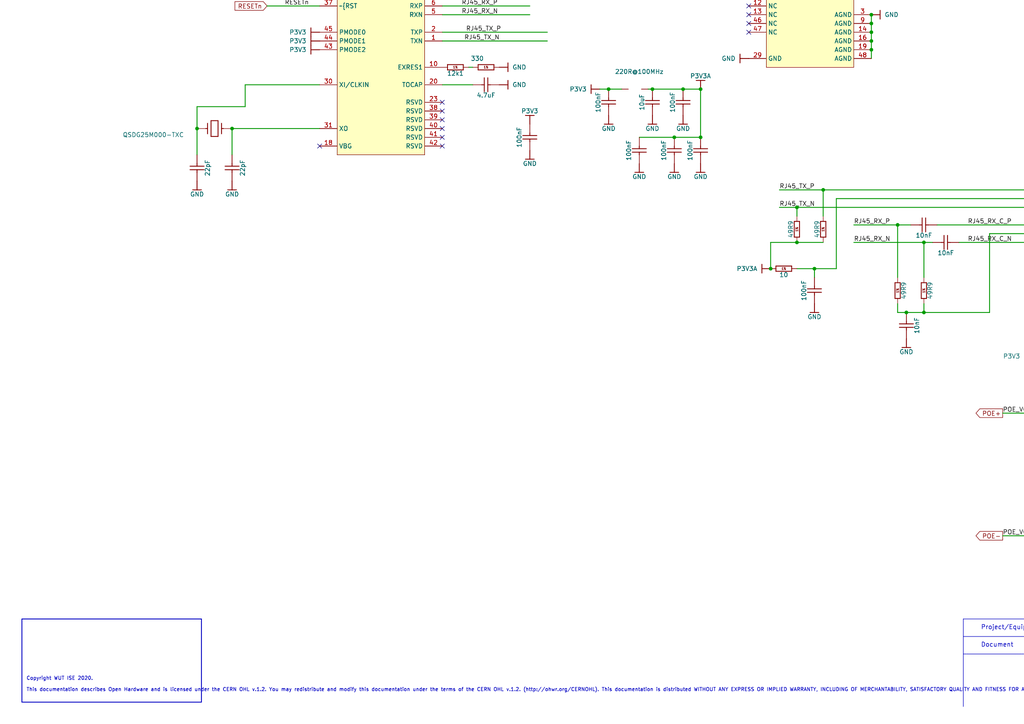
<source format=kicad_sch>
(kicad_sch (version 20220622) (generator eeschema)
  (paper "A4")
  (title_block (title "Ethernet &") (rev "1.0") (company "WUT ISE"))
  (junction (at 322.58 119.8372))
  (junction (at 322.58 155.3972))
  (junction (at 267.97 70.3072))
  (junction (at 307.34 155.3972))
  (junction (at 260.35 65.2272))
  (junction (at 314.96 119.8372))
  (junction (at 231.14 60.1472))
  (junction (at 231.14 70.3072))
  (junction (at 252.73 6.8072))
  (junction (at 252.73 14.4272))
  (junction (at 57.15 37.2872))
  (junction (at 252.73 9.3472))
  (junction (at 176.53 25.8572))
  (junction (at 252.73 4.2672))
  (junction (at 262.89 90.6272))
  (junction (at 195.58 39.8272))
  (junction (at 252.73 11.8872))
  (junction (at 203.2 25.8572))
  (junction (at 198.12 25.8572))
  (junction (at 67.31 37.2872))
  (junction (at 203.2 39.8272))
  (junction (at 189.23 25.8572))
  (junction (at 252.73 -13.5128))
  (junction (at 252.73 -8.4328))
  (junction (at 307.34 119.8372))
  (junction (at 252.73 -3.3528))
  (junction (at 223.52 77.9272))
  (junction (at 314.96 155.3972))
  (junction (at 252.73 -5.8928))
  (junction (at 267.97 90.6272))
  (junction (at 252.73 -10.9728))
  (junction (at 238.76 55.0672))
  (junction (at 236.22 77.9272))
  (no_connect (at 128.27 -13.5128))
  (no_connect (at 217.17 9.3472))
  (no_connect (at 128.27 32.2072))
  (no_connect (at 217.17 4.2672))
  (no_connect (at 128.27 42.3672))
  (no_connect (at 92.71 42.3672))
  (no_connect (at 128.27 29.6672))
  (no_connect (at 217.17 1.7272))
  (no_connect (at 128.27 39.8272))
  (no_connect (at 128.27 37.2872))
  (no_connect (at 217.17 6.8072))
  (no_connect (at 128.27 -8.4328))
  (no_connect (at 128.27 34.7472))
  (no_connect (at 217.17 -5.8928))
  (wire (pts (xy 307.34 95.7072) (xy 317.5 95.7072)) (stroke (width 0.254)))
  (wire (pts (xy 306.07 47.4472) (xy 317.5 47.4472)) (stroke (width 0.254)))
  (wire (pts (xy 138.43 -5.8928) (xy 128.27 -5.8928)) (stroke (width 0.254)))
  (wire (pts (xy 267.97 70.3072) (xy 267.97 80.4672)) (stroke (width 0.254)))
  (wire (pts (xy 128.27 1.7272) (xy 153.67 1.7272)) (stroke (width 0.254)))
  (wire (pts (xy 322.58 119.8372) (xy 330.2 119.8372)) (stroke (width 0.254)))
  (wire (pts (xy 67.31 44.9072) (xy 67.31 37.2872)) (stroke (width 0.254)))
  (wire (pts (xy 242.57 57.6072) (xy 317.5 57.6072)) (stroke (width 0.254)))
  (wire (pts (xy 226.06 55.0672) (xy 238.76 55.0672)) (stroke (width 0.254)))
  (wire (pts (xy 138.43 -10.9728) (xy 128.27 -10.9728)) (stroke (width 0.254)))
  (wire (pts (xy 77.47 -10.9728) (xy 92.71 -10.9728)) (stroke (width 0.254)))
  (wire (pts (xy 252.73 4.2672) (xy 252.73 6.8072)) (stroke (width 0.254)))
  (wire (pts (xy 71.12 24.5872) (xy 71.12 30.9372)) (stroke (width 0.254)))
  (wire (pts (xy 304.8 80.4672) (xy 317.5 80.4672)) (stroke (width 0.254)))
  (wire (pts (xy 260.35 65.2272) (xy 260.35 80.4672)) (stroke (width 0.254)))
  (wire (pts (xy 203.2 25.8572) (xy 198.12 25.8572)) (stroke (width 0.254)))
  (wire (pts (xy 287.02 90.6272) (xy 267.97 90.6272)) (stroke (width 0.254)))
  (wire (pts (xy 252.73 14.4272) (xy 252.73 16.9672)) (stroke (width 0.254)))
  (wire (pts (xy 198.12 25.8572) (xy 189.23 25.8572)) (stroke (width 0.254)))
  (wire (pts (xy 77.47 -3.3528) (xy 92.71 -3.3528)) (stroke (width 0.254)))
  (wire (pts (xy 238.76 55.0672) (xy 238.76 62.6872)) (stroke (width 0.254)))
  (wire (pts (xy 223.52 70.3072) (xy 223.52 77.9272)) (stroke (width 0.254)))
  (wire (pts (xy 57.15 37.2872) (xy 57.15 44.9072)) (stroke (width 0.254)))
  (wire (pts (xy 77.47 -13.5128) (xy 92.71 -13.5128)) (stroke (width 0.254)))
  (wire (pts (xy 304.8 83.0072) (xy 317.5 83.0072)) (stroke (width 0.254)))
  (wire (pts (xy 189.23 25.8572) (xy 187.96 25.8572)) (stroke (width 0.254)))
  (wire (pts (xy 71.12 30.9372) (xy 57.15 30.9372)) (stroke (width 0.254)))
  (wire (pts (xy 236.22 77.9272) (xy 242.57 77.9272)) (stroke (width 0.254)))
  (wire (pts (xy 304.8 88.0872) (xy 317.5 88.0872)) (stroke (width 0.254)))
  (wire (pts (xy 231.14 77.9272) (xy 236.22 77.9272)) (stroke (width 0.254)))
  (wire (pts (xy 195.58 39.8272) (xy 203.2 39.8272)) (stroke (width 0.254)))
  (wire (pts (xy 158.75 9.3472) (xy 128.27 9.3472)) (stroke (width 0.254)))
  (wire (pts (xy 135.89 -18.5928) (xy 128.27 -18.5928)) (stroke (width 0.254)))
  (wire (pts (xy 146.05 -10.9728) (xy 171.45 -10.9728)) (stroke (width 0.254)))
  (wire (pts (xy 330.2 127.4572) (xy 330.2 147.7772)) (stroke (width 0.254)))
  (wire (pts (xy 299.72 103.3272) (xy 317.5 103.3272)) (stroke (width 0.254)))
  (wire (pts (xy 307.34 49.9872) (xy 317.5 49.9872)) (stroke (width 0.254)))
  (wire (pts (xy 203.2 39.8272) (xy 203.2 25.8572)) (stroke (width 0.254)))
  (wire (pts (xy 252.73 -17.3228) (xy 252.73 -13.5128)) (stroke (width 0.254)))
  (wire (pts (xy 231.14 62.6872) (xy 231.14 60.1472)) (stroke (width 0.254)))
  (wire (pts (xy 231.14 70.3072) (xy 223.52 70.3072)) (stroke (width 0.254)))
  (wire (pts (xy 322.58 155.3972) (xy 330.2 155.3972)) (stroke (width 0.254)))
  (wire (pts (xy 267.97 70.3072) (xy 270.51 70.3072)) (stroke (width 0.254)))
  (wire (pts (xy 252.73 -5.8928) (xy 252.73 -3.3528)) (stroke (width 0.254)))
  (wire (pts (xy 135.89 19.5072) (xy 137.16 19.5072)) (stroke (width 0.254)))
  (wire (pts (xy 57.15 30.9372) (xy 57.15 37.2872)) (stroke (width 0.254)))
  (wire (pts (xy 92.71 24.5872) (xy 71.12 24.5872)) (stroke (width 0.254)))
  (wire (pts (xy 77.47 -16.0528) (xy 92.71 -16.0528)) (stroke (width 0.254)))
  (wire (pts (xy 262.89 90.6272) (xy 267.97 90.6272)) (stroke (width 0.254)))
  (wire (pts (xy 304.8 85.5472) (xy 317.5 85.5472)) (stroke (width 0.254)))
  (wire (pts (xy 314.96 155.3972) (xy 322.58 155.3972)) (stroke (width 0.254)))
  (wire (pts (xy 307.34 119.8372) (xy 314.96 119.8372)) (stroke (width 0.254)))
  (wire (pts (xy 317.5 67.7672) (xy 287.02 67.7672)) (stroke (width 0.254)))
  (wire (pts (xy 307.34 127.4572) (xy 307.34 147.7772)) (stroke (width 0.254)))
  (wire (pts (xy 260.35 90.6272) (xy 262.89 90.6272)) (stroke (width 0.254)))
  (wire (pts (xy 173.99 25.8572) (xy 176.53 25.8572)) (stroke (width 0.254)))
  (wire (pts (xy 231.14 60.1472) (xy 226.06 60.1472)) (stroke (width 0.254)))
  (wire (pts (xy 252.73 11.8872) (xy 252.73 14.4272)) (stroke (width 0.254)))
  (wire (pts (xy 238.76 70.3072) (xy 231.14 70.3072)) (stroke (width 0.254)))
  (wire (pts (xy 247.65 65.2272) (xy 260.35 65.2272)) (stroke (width 0.254)))
  (wire (pts (xy 252.73 -8.4328) (xy 252.73 -5.8928)) (stroke (width 0.254)))
  (wire (pts (xy 322.58 127.4572) (xy 322.58 147.7772)) (stroke (width 0.254)))
  (wire (pts (xy 77.47 -18.5928) (xy 92.71 -18.5928)) (stroke (width 0.254)))
  (wire (pts (xy 176.53 25.8572) (xy 180.34 25.8572)) (stroke (width 0.254)))
  (wire (pts (xy 252.73 9.3472) (xy 252.73 11.8872)) (stroke (width 0.254)))
  (wire (pts (xy 158.75 11.8872) (xy 128.27 11.8872)) (stroke (width 0.254)))
  (wire (pts (xy 252.73 -10.9728) (xy 252.73 -8.4328)) (stroke (width 0.254)))
  (wire (pts (xy 260.35 65.2272) (xy 264.16 65.2272)) (stroke (width 0.254)))
  (wire (pts (xy 260.35 88.0872) (xy 260.35 90.6272)) (stroke (width 0.254)))
  (wire (pts (xy 317.5 65.2272) (xy 271.78 65.2272)) (stroke (width 0.254)))
  (wire (pts (xy 252.73 -3.3528) (xy 252.73 -0.8128)) (stroke (width 0.254)))
  (wire (pts (xy 137.16 24.5872) (xy 128.27 24.5872)) (stroke (width 0.254)))
  (wire (pts (xy 242.57 77.9272) (xy 242.57 57.6072)) (stroke (width 0.254)))
  (wire (pts (xy 252.73 -13.5128) (xy 252.73 -10.9728)) (stroke (width 0.254)))
  (wire (pts (xy 314.96 119.8372) (xy 322.58 119.8372)) (stroke (width 0.254)))
  (wire (pts (xy 317.5 70.3072) (xy 278.13 70.3072)) (stroke (width 0.254)))
  (wire (pts (xy 238.76 55.0672) (xy 317.5 55.0672)) (stroke (width 0.254)))
  (wire (pts (xy 92.71 1.7272) (xy 77.47 1.7272)) (stroke (width 0.254)))
  (wire (pts (xy 314.96 127.4572) (xy 314.96 147.7772)) (stroke (width 0.254)))
  (wire (pts (xy 146.05 -5.8928) (xy 171.45 -5.8928)) (stroke (width 0.254)))
  (wire (pts (xy 317.5 60.1472) (xy 231.14 60.1472)) (stroke (width 0.254)))
  (wire (pts (xy 290.83 119.8372) (xy 307.34 119.8372)) (stroke (width 0.254)))
  (wire (pts (xy 67.31 37.2872) (xy 92.71 37.2872)) (stroke (width 0.254)))
  (wire (pts (xy 307.34 155.3972) (xy 314.96 155.3972)) (stroke (width 0.254)))
  (wire (pts (xy 290.83 155.3972) (xy 307.34 155.3972)) (stroke (width 0.254)))
  (wire (pts (xy 252.73 6.8072) (xy 252.73 9.3472)) (stroke (width 0.254)))
  (wire (pts (xy 247.65 70.3072) (xy 267.97 70.3072)) (stroke (width 0.254)))
  (wire (pts (xy 287.02 67.7672) (xy 287.02 90.6272)) (stroke (width 0.254)))
  (wire (pts (xy 267.97 90.6272) (xy 267.97 88.0872)) (stroke (width 0.254)))
  (wire (pts (xy 128.27 4.2672) (xy 153.67 4.2672)) (stroke (width 0.254)))
  (wire (pts (xy 236.22 80.4672) (xy 236.22 77.9272)) (stroke (width 0.254)))
  (wire (pts (xy 185.42 39.8272) (xy 195.58 39.8272)) (stroke (width 0.254)))
  (polyline (pts (xy 414.02 192.2272) (xy 360.68 192.2272)) (stroke (width 0) (type solid)))
  (polyline (pts (xy 403.86 199.8472) (xy 403.86 204.9272)) (stroke (width 0) (type solid)))
  (polyline (pts (xy 414.02 194.7672) (xy 360.68 194.7672)) (stroke (width 0) (type solid)))
  (polyline (pts (xy 414.02 187.1472) (xy 360.68 187.1472)) (stroke (width 0) (type solid)))
  (polyline (pts (xy 58.42 179.5272) (xy 6.35 179.5272) (xy 6.35 203.6572) (xy 58.42 203.6572) (xy 58.42 179.5272)) (stroke (width 0.254) (type solid)))
  (polyline (pts (xy 279.4 179.5272) (xy 279.4 204.9272)) (stroke (width 0) (type solid)))
  (polyline (pts (xy 360.68 184.6072) (xy 360.68 199.8472)) (stroke (width 0) (type solid)))
  (polyline (pts (xy 414.02 184.6072) (xy 279.4 184.6072)) (stroke (width 0) (type solid)))
  (polyline (pts (xy 414.02 197.3072) (xy 360.68 197.3072)) (stroke (width 0) (type solid)))
  (polyline (pts (xy 414.02 189.6872) (xy 360.68 189.6872)) (stroke (width 0) (type solid)))
  (polyline (pts (xy 396.24 184.6072) (xy 396.24 194.7672)) (stroke (width 0) (type solid)))
  (polyline (pts (xy 342.9 199.8472) (xy 342.9 204.9272)) (stroke (width 0) (type solid)))
  (polyline (pts (xy 414.02 199.8472) (xy 297.18 199.8472)) (stroke (width 0) (type solid)))
  (polyline (pts (xy 297.18 189.6872) (xy 297.18 204.9272)) (stroke (width 0) (type solid)))
  (polyline (pts (xy 297.18 189.6872) (xy 279.4 189.6872)) (stroke (width 0) (type solid)))
  (polyline (pts (xy 414.02 179.5272) (xy 279.4 179.5272)) (stroke (width 0) (type solid)))
  (polyline (pts (xy 408.94 199.8472) (xy 408.94 204.9272)) (stroke (width 0) (type solid)))
  (image (at 288.29 197.3072) (scale 0.500071))
  (text "Last Mod." (at 363.22 193.4972 0) (effects (font (size 1.27 1.27)) (justify left)))
  (text "${##}" (at 410.21 198.5772 0) (effects (font (size 1.27 1.27))))
  (text "${TITLE}" (at 327.66 189.6872 0) (effects (font (size 2.54 2.54) bold italic)))
  (text "${CURRENTTIME}" (at 383.54 198.5772 0) (effects (font (size 1.016 1.016)) (justify left)))
  (text "Size" (at 406.4 200.6092 0) (effects (font (size 0.762 0.762))))
  (text "of" (at 407.67 198.5772 0) (effects (font (size 1.27 1.27))))
  (text "${REVISION}" (at 411.48 202.6412 0) (effects (font (size 1.524 1.524))))
  (text "${ADDRESS2}" (at 302.26 203.6572 0) (effects (font (size 1.27 1.27) italic) (justify left)))
  (text "${MODIFIEDBY}" (at 373.38 193.4972 0) (effects (font (size 1.27 1.27)) (justify left)))
  (text "${FILENAME}" (at 373.38 196.0372 0) (effects (font (size 1.27 1.27)) (justify left)))
  (text "${ADDRESS3}" (at 358.14 202.3872 0) (effects (font (size 1.27 1.27)) (justify left)))
  (text "${CREATEDATE}" (at 398.78 188.4172 0) (effects (font (size 1.27 1.27)) (justify left)))
  (text "Rev" (at 411.48 200.6092 0) (effects (font (size 0.762 0.762))))
  (text "File" (at 363.22 196.0372 0) (effects (font (size 1.27 1.27)) (justify left)))
  (text "Project/Equipment" (at 284.48 182.0672 0) (effects (font (size 1.27 1.27)) (justify left)))
  (text "${PROJECTNAME}" (at 307.34 182.0672 0) (effects (font (size 1.524 1.524)) (justify left)))
  (text "Drawn by" (at 363.22 188.4172 0) (effects (font (size 1.27 1.27)) (justify left)))
  (text "${#}" (at 405.13 198.5772 0) (effects (font (size 1.27 1.27))))
  (text "Sheet" (at 402.59 198.5772 0) (effects (font (size 1.27 1.27)) (justify right)))
  (text "${DESIGNER}" (at 373.38 185.8772 0) (effects (font (size 1.27 1.27)) (justify left)))
  (text "${TITLE2}" (at 327.66 194.7672 0) (effects (font (size 2.54 2.54) bold italic)))
  (text "${CURRENT_DATE}" (at 373.38 198.5772 0) (effects (font (size 1.016 1.016)) (justify left)))
  (text "A3" (at 406.4 202.6412 0) (effects (font (size 1.524 1.524))))
  (text "Check.by" (at 363.22 190.9572 0) (effects (font (size 1.27 1.27)) (justify left)))
  (text "${CHECKEDBY}" (at 373.38 190.9572 0) (effects (font (size 1.27 1.27)) (justify left)))
  (text "${DRAWNBY}" (at 373.38 188.4172 0) (effects (font (size 1.27 1.27)) (justify left)))
  (text "Designer" (at 363.22 185.8772 0) (effects (font (size 1.27 1.27)) (justify left)))
  (text "Copyright WUT ISE 2020.\n\nThis documentation describes Open Hardware and is licensed under the CERN OHL v.1.2. You may redistribute and modify this documentation under the terms of the CERN OHL v.1.2. (http://ohwr.org/CERNOHL). This documentation is distributed WITHOUT ANY EXPRESS OR IMPLIED WARRANTY, INCLUDING OF MERCHANTABILITY, SATISFACTORY QUALITY AND FITNESS FOR A PARTICULAR PURPOSE. Please see the CERN OHL v.1.2 for applicable conditions.\n\n" (at 7.62 202.3872 0) (effects (font (size 1.016 1.016)) (justify left bottom)))
  (text "Contact" (at 346.71 202.3872 0) (effects (font (size 1.27 1.27)) (justify left)))
  (text "Document" (at 284.48 187.1472 0) (effects (font (size 1.27 1.27)) (justify left)))
  (text "${MODIFIEDDATE}" (at 398.78 193.4972 0) (effects (font (size 1.27 1.27)) (justify left)))
  (text "${CHECKEDDATE}" (at 398.78 190.9572 0) (effects (font (size 1.27 1.27)) (justify left)))
  (text "Print Date" (at 363.22 198.5772 0) (effects (font (size 1.016 1.016)) (justify left)))
  (text "${ADDRESS1}" (at 302.26 201.1172 0) (effects (font (size 1.27 1.27) italic) (justify left)))
  (label "RJ45_TX_N" (at 226.06 60.1472 0))
  (label "RJ45_GRN" (at 307.34 95.7072 0))
  (label "POE_IN2" (at 314.96 141.4272 90))
  (label "RJ45_RX_C_P" (at 280.67 65.2272 0))
  (label "INT" (at 86.36 -3.3528 0))
  (label "RESETn" (at 82.55 1.7272 0))
  (label "POE_IN4" (at 330.2 141.4272 90))
  (label "POE_IN3" (at 322.58 141.4272 90))
  (label "SPI1_MOSI" (at 77.47 -13.5128 0))
  (label "RJ45_TX_P" (at 226.06 55.0672 0))
  (label "POE_IN4" (at 304.8 88.0872 0))
  (label "POE_VC-" (at 290.83 155.3972 0))
  (label "RJ45_GRN" (at 153.67 -5.8928 0))
  (label "POE_IN3" (at 304.8 85.5472 0))
  (label "RJ45_RX_N" (at 133.858 4.2672 0))
  (label "SPI1_NSS" (at 77.47 -18.5928 0))
  (label "POE_IN1" (at 304.8 80.4672 0))
  (label "SPI1_SCK" (at 77.47 -16.0528 0))
  (label "RJ45_YEL" (at 307.34 47.4472 0))
  (label "RJ45_TX_P" (at 135.128 9.3472 0))
  (label "RJ45_RX_P" (at 133.858 1.7272 0))
  (label "RJ45_RX_P" (at 247.65 65.2272 0))
  (label "POE_IN1" (at 307.34 141.4272 90))
  (label "RJ45_TX_N" (at 134.62 11.8872 0))
  (label "SPI1_MISO" (at 77.47 -10.9728 0))
  (label "POE_VC+" (at 290.83 119.8372 0))
  (label "RJ45_YEL" (at 153.67 -10.9728 0))
  (label "RJ45_RX_N" (at 247.65 70.3072 0))
  (label "RJ45_RX_C_N" (at 280.67 70.3072 0))
  (label "POE_IN2" (at 304.8 83.0072 0))
  (global_label "SPI1_MISO" (shape output) (at 77.47 -10.9728 180) (property "Intersheetrefs" "${INTERSHEET_REFS}" (at 0 0 0)))
  (global_label "SPI1_MOSI" (shape input) (at 77.47 -13.5128 180) (property "Intersheetrefs" "${INTERSHEET_REFS}" (at 0 0 0)))
  (global_label "POE-" (shape output) (at 290.83 155.3972 180) (property "Intersheetrefs" "${INTERSHEET_REFS}" (at 0 0 0)))
  (global_label "SPI1_NSS" (shape input) (at 77.47 -18.5928 180) (property "Intersheetrefs" "${INTERSHEET_REFS}" (at 0 0 0)))
  (global_label "INT" (shape output) (at 77.47 -3.3528 180) (property "Intersheetrefs" "${INTERSHEET_REFS}" (at 0 0 0)))
  (global_label "POE+" (shape output) (at 290.83 119.8372 180) (property "Intersheetrefs" "${INTERSHEET_REFS}" (at 0 0 0)))
  (global_label "RESETn" (shape input) (at 77.47 1.7272 180) (property "Intersheetrefs" "${INTERSHEET_REFS}" (at 0 0 0)))
  (global_label "SPI1_SCK" (shape input) (at 77.47 -16.0528 180) (property "Intersheetrefs" "${INTERSHEET_REFS}" (at 0 0 0)))
  (symbol (lib_id "W5500-altium-import:P3V3") (at 299.72 103.3272 270) (unit 1)
    (default_instance (reference "U") (unit 1) (value "") (footprint ""))
    (property "Reference" "#PWR?" (effects hide))
    (property "Value" "P3V3" (at 295.91 103.3272 90) (effects (justify right)))
  )
  (symbol (lib_id "W5500-altium-import:0_Capacitor - non polarized") (at 137.16 24.5872 0) (unit 1)
    (default_instance (reference "U") (unit 1) (value "") (footprint ""))
    (property "Reference" "C106" (effects hide))
    (property "Value" "${ALTIUM_VALUE}" (at 140.97 27.6352 0))
    (property "Footprint" "CAPC1608X90N" (effects hide))
    (property "PART NUMBER" "CC0603_4.7UF_25V_10%_X5R" (effects hide))
    (property "COMPONENT KIND" "Standard" (effects hide))
    (property "COMPONENT TYPE" "Standard" (effects hide))
    (property "FOOTPRINT" "CAPC1608X90N" (effects hide))
    (property "PIN COUNT" "2" (effects hide))
    (property "ALTIUM_VALUE" "4.7uF" (effects hide))
    (property "STATUS" "None" (effects hide))
    (property "VOLTAGE" "25V" (effects hide))
    (property "TC" "X5R" (effects hide))
    (property "TOLERANCE" "±10%" (effects hide))
    (property "PART DESCRIPTION" "SMD Multilayer Chip Ceramic Capacitor" (effects hide))
    (property "MANUFACTURER" "GENERIC" (effects hide))
    (property "MANUFACTURER PART NUMBER" "CC0603_4.7UF_25V_10%_X5R" (effects hide))
    (property "CASE" "0603" (effects hide))
    (property "MOUNTED" "Yes" (effects hide))
    (property "SOCKET" "No" (effects hide))
    (property "SMD" "Yes" (effects hide))
    (property "SENSE" "No" (effects hide))
    (property "MANUFACTURER1 EXAMPLE" "MURATA" (effects hide))
    (property "MANUFACTURER1 PART NUMBER" "GRM188R61E475KE11D" (effects hide))
    (property "MANUFACTURER1 COMPONENTHEIGHT" "0.95mm" (effects hide))
    (property "HELPURL" "~{\\}cern.c~{h}df~{s}Application~{s}Altiu~{m}Datasheet~{s}CC0603_MURATA_GRM188R61E475KE11D.pdf" (effects hide))
    (property "AUTHOR" "CERN DEM JLC" (effects hide))
    (property "CREATEDATE" "10.11.2014" (effects hide))
    (property "LATESTREVISIONDATE" "10.11.2014" (effects hide))
  )
  (symbol (lib_id "W5500-altium-import:0_Resistor - 1%") (at 138.43 -10.9728 0) (unit 1)
    (default_instance (reference "U") (unit 1) (value "") (footprint ""))
    (property "Reference" "R125" (effects hide))
    (property "Value" "${ALTIUM_VALUE}" (at 137.16 -12.2428 0))
    (property "Footprint" "RESC1005X40N" (effects hide))
    (property "PART NUMBER" "R0402_330R_1%_0.0625W_100PPM" (effects hide))
    (property "COMPONENT KIND" "Standard" (effects hide))
    (property "COMPONENT TYPE" "Standard" (effects hide))
    (property "FOOTPRINT" "RESC1005X40N" (effects hide))
    (property "PIN COUNT" "2" (effects hide))
    (property "ALTIUM_VALUE" "330" (effects hide))
    (property "STATUS" "Not Recommended" (effects hide))
    (property "POWER" "0.0625W" (effects hide))
    (property "TC" "±100ppm/°C" (effects hide))
    (property "TOLERANCE" "±1%" (effects hide))
    (property "PART DESCRIPTION" "General Purpose Thick Film Chip Resistor" (effects hide))
    (property "MANUFACTURER" "GENERIC" (effects hide))
    (property "MANUFACTURER PART NUMBER" "R0402_330R_1%_0.0625W_100PPM" (effects hide))
    (property "CASE" "0402" (effects hide))
    (property "PRESSFIT" "No" (effects hide))
    (property "MOUNTED" "Yes" (effects hide))
    (property "SENSE" "No" (effects hide))
    (property "SOCKET" "No" (effects hide))
    (property "SMD" "Yes" (effects hide))
    (property "MANUFACTURER1 EXAMPLE" "YAGEO PHYCOMP" (effects hide))
    (property "MANUFACTURER1 PART NUMBER" "232270673301L" (effects hide))
    (property "MANUFACTURER1 COMPONENTHEIGHT" "0.4mm" (effects hide))
    (property "HELPURL" "~{\\}cern.c~{h}df~{s}Application~{s}Altiu~{m}Datasheet~{s}R0402_Phycomp_RC0402.pdf" (effects hide))
    (property "AUTHOR" "CERN DEM JLC" (effects hide))
    (property "CREATEDATE" "03.12.2007" (effects hide))
    (property "LATESTREVISIONDATE" "17.10.2012" (effects hide))
  )
  (symbol (lib_id "W5500-altium-import:0_Capacitor - non polarized") (at 264.16 65.2272 0) (unit 1)
    (default_instance (reference "U") (unit 1) (value "") (footprint ""))
    (property "Reference" "C116" (effects hide))
    (property "Value" "${ALTIUM_VALUE}" (at 267.97 68.2752 0))
    (property "Footprint" "CAPC1608X87N" (effects hide))
    (property "PART NUMBER" "CC0603_10NF_50V_5%_C0G" (effects hide))
    (property "COMPONENT KIND" "Standard" (effects hide))
    (property "COMPONENT TYPE" "Standard" (effects hide))
    (property "FOOTPRINT" "CAPC1608X87N" (effects hide))
    (property "PIN COUNT" "2" (effects hide))
    (property "ALTIUM_VALUE" "10nF" (effects hide))
    (property "STATUS" "Preferred" (effects hide))
    (property "VOLTAGE" "50V" (effects hide))
    (property "TC" "C0G/NP0" (effects hide))
    (property "TOLERANCE" "±5%" (effects hide))
    (property "PART DESCRIPTION" "SMD Multilayer Chip Ceramic Capacitor" (effects hide))
    (property "MANUFACTURER" "GENERIC" (effects hide))
    (property "MANUFACTURER PART NUMBER" "CC0603_10NF_50V_5%_C0G" (effects hide))
    (property "CASE" "0603" (effects hide))
    (property "MOUNTED" "Yes" (effects hide))
    (property "SOCKET" "No" (effects hide))
    (property "SMD" "Yes" (effects hide))
    (property "SENSE" "No" (effects hide))
    (property "MANUFACTURER1 EXAMPLE" "TDK" (effects hide))
    (property "MANUFACTURER1 PART NUMBER" "C1608C0G1H103J080AA" (effects hide))
    (property "MANUFACTURER1 COMPONENTHEIGHT" "0.9mm" (effects hide))
    (property "HELPURL" "~{\\}cern.c~{h}df~{s}Application~{s}Altiu~{m}Datasheet~{s}CC0603_C0G_TDK_C.pdf" (effects hide))
    (property "AUTHOR" "CERN DEM JLC" (effects hide))
    (property "CREATEDATE" "10.12.2014" (effects hide))
    (property "LATESTREVISIONDATE" "10.12.2014" (effects hide))
  )
  (symbol (lib_id "W5500-altium-import:GND") (at 373.38 47.4472 0) (unit 1)
    (default_instance (reference "U") (unit 1) (value "") (footprint ""))
    (property "Reference" "#PWR?" (effects hide))
    (property "Value" "GND" (at 373.38 51.2572 0))
  )
  (symbol (lib_id "W5500-altium-import:2_Capacitor - non polarized") (at 143.51 -18.5928 0) (unit 1)
    (default_instance (reference "U") (unit 1) (value "") (footprint ""))
    (property "Reference" "C105" (effects hide))
    (property "Value" "${ALTIUM_VALUE}" (at 139.7 -21.6408 0))
    (property "Footprint" "CAPC1608X87N" (effects hide))
    (property "PART NUMBER" "CC0603_10NF_50V_5%_C0G" (effects hide))
    (property "COMPONENT KIND" "Standard" (effects hide))
    (property "COMPONENT TYPE" "Standard" (effects hide))
    (property "FOOTPRINT" "CAPC1608X87N" (effects hide))
    (property "PIN COUNT" "2" (effects hide))
    (property "ALTIUM_VALUE" "10nF" (effects hide))
    (property "STATUS" "Preferred" (effects hide))
    (property "VOLTAGE" "50V" (effects hide))
    (property "TC" "C0G/NP0" (effects hide))
    (property "TOLERANCE" "±5%" (effects hide))
    (property "PART DESCRIPTION" "SMD Multilayer Chip Ceramic Capacitor" (effects hide))
    (property "MANUFACTURER" "GENERIC" (effects hide))
    (property "MANUFACTURER PART NUMBER" "CC0603_10NF_50V_5%_C0G" (effects hide))
    (property "CASE" "0603" (effects hide))
    (property "MOUNTED" "Yes" (effects hide))
    (property "SOCKET" "No" (effects hide))
    (property "SMD" "Yes" (effects hide))
    (property "SENSE" "No" (effects hide))
    (property "MANUFACTURER1 EXAMPLE" "TDK" (effects hide))
    (property "MANUFACTURER1 PART NUMBER" "C1608C0G1H103J080AA" (effects hide))
    (property "MANUFACTURER1 COMPONENTHEIGHT" "0.9mm" (effects hide))
    (property "HELPURL" "~{\\}cern.c~{h}df~{s}Application~{s}Altiu~{m}Datasheet~{s}CC0603_C0G_TDK_C.pdf" (effects hide))
    (property "AUTHOR" "CERN DEM JLC" (effects hide))
    (property "CREATEDATE" "10.12.2014" (effects hide))
    (property "LATESTREVISIONDATE" "10.12.2014" (effects hide))
  )
  (symbol (lib_id "W5500-altium-import:GND") (at 67.31 52.5272 0) (unit 1)
    (default_instance (reference "U") (unit 1) (value "") (footprint ""))
    (property "Reference" "#PWR?" (effects hide))
    (property "Value" "GND" (at 67.31 56.3372 0))
  )
  (symbol (lib_id "W5500-altium-import:1_Capacitor - non polarized") (at 262.89 98.2472 0) (unit 1)
    (default_instance (reference "U") (unit 1) (value "") (footprint ""))
    (property "Reference" "C119" (effects hide))
    (property "Value" "${ALTIUM_VALUE}" (at 265.938 94.4372 90))
    (property "Footprint" "CAPC1608X87N" (effects hide))
    (property "PART NUMBER" "CC0603_10NF_50V_5%_C0G" (effects hide))
    (property "COMPONENT KIND" "Standard" (effects hide))
    (property "COMPONENT TYPE" "Standard" (effects hide))
    (property "FOOTPRINT" "CAPC1608X87N" (effects hide))
    (property "PIN COUNT" "2" (effects hide))
    (property "ALTIUM_VALUE" "10nF" (effects hide))
    (property "STATUS" "Preferred" (effects hide))
    (property "VOLTAGE" "50V" (effects hide))
    (property "TC" "C0G/NP0" (effects hide))
    (property "TOLERANCE" "±5%" (effects hide))
    (property "PART DESCRIPTION" "SMD Multilayer Chip Ceramic Capacitor" (effects hide))
    (property "MANUFACTURER" "GENERIC" (effects hide))
    (property "MANUFACTURER PART NUMBER" "CC0603_10NF_50V_5%_C0G" (effects hide))
    (property "CASE" "0603" (effects hide))
    (property "MOUNTED" "Yes" (effects hide))
    (property "SOCKET" "No" (effects hide))
    (property "SMD" "Yes" (effects hide))
    (property "SENSE" "No" (effects hide))
    (property "MANUFACTURER1 EXAMPLE" "TDK" (effects hide))
    (property "MANUFACTURER1 PART NUMBER" "C1608C0G1H103J080AA" (effects hide))
    (property "MANUFACTURER1 COMPONENTHEIGHT" "0.9mm" (effects hide))
    (property "HELPURL" "~{\\}cern.c~{h}df~{s}Application~{s}Altiu~{m}Datasheet~{s}CC0603_C0G_TDK_C.pdf" (effects hide))
    (property "AUTHOR" "CERN DEM JLC" (effects hide))
    (property "CREATEDATE" "10.12.2014" (effects hide))
    (property "LATESTREVISIONDATE" "10.12.2014" (effects hide))
  )
  (symbol (lib_id "W5500-altium-import:P3V3") (at 153.67 36.0172 180) (unit 1)
    (default_instance (reference "U") (unit 1) (value "") (footprint ""))
    (property "Reference" "#PWR?" (effects hide))
    (property "Value" "P3V3" (at 153.67 32.2072 0))
  )
  (symbol (lib_id "W5500-altium-import:1_Resistor - 1%") (at 260.35 88.0872 0) (unit 1)
    (default_instance (reference "U") (unit 1) (value "") (footprint ""))
    (property "Reference" "R131" (effects hide))
    (property "Value" "${ALTIUM_VALUE}" (at 262.128 84.2772 90))
    (property "Footprint" "RESC1005X40N" (effects hide))
    (property "PART NUMBER" "R0402_49R9_1%_0.0625W_100PPM" (effects hide))
    (property "COMPONENT KIND" "Standard" (effects hide))
    (property "COMPONENT TYPE" "Standard" (effects hide))
    (property "FOOTPRINT" "RESC1005X40N" (effects hide))
    (property "PIN COUNT" "2" (effects hide))
    (property "ALTIUM_VALUE" "49R9" (effects hide))
    (property "STATUS" "Not recommended" (effects hide))
    (property "POWER" "0.0625W" (effects hide))
    (property "TC" "±100ppm/°C" (effects hide))
    (property "TOLERANCE" "±1%" (effects hide))
    (property "PART DESCRIPTION" "General Purpose Thick Film Chip Resistor" (effects hide))
    (property "MANUFACTURER" "GENERIC" (effects hide))
    (property "MANUFACTURER PART NUMBER" "R0402_49R9_1%_0.0625W_100PPM" (effects hide))
    (property "CASE" "0402" (effects hide))
    (property "MOUNTED" "Yes" (effects hide))
    (property "SOCKET" "No" (effects hide))
    (property "SMD" "Yes" (effects hide))
    (property "MANUFACTURER1 EXAMPLE" "YAGEO PHYCOMP" (effects hide))
    (property "MANUFACTURER1 PART NUMBER" "232270674999L or RC0402FR-0749R9L" (effects hide))
    (property "MANUFACTURER1 COMPONENTHEIGHT" "0.4mm" (effects hide))
    (property "HELPURL" "~{\\}cern.c~{h}df~{s}Application~{s}Altiu~{m}Datasheet~{s}R0402_Phycomp_RC0402.pdf" (effects hide))
    (property "AUTHOR" "CERN DEM JLC" (effects hide))
    (property "CREATEDATE" "2012-10-24" (effects hide))
    (property "LATESTREVISIONDATE" "2012-10-24" (effects hide))
    (property "TABLE" "Resistors SMD" (effects hide))
  )
  (symbol (lib_id "W5500-altium-import:3_Capacitor - non polarized") (at 153.67 36.0172 0) (unit 1)
    (default_instance (reference "U") (unit 1) (value "") (footprint ""))
    (property "Reference" "C110" (effects hide))
    (property "Value" "${ALTIUM_VALUE}" (at 150.622 39.8272 90))
    (property "Footprint" "CAPC1005X55N" (effects hide))
    (property "PART NUMBER" "CC0402_100NF_16V_10%_X7R" (effects hide))
    (property "COMPONENT KIND" "Standard" (effects hide))
    (property "COMPONENT TYPE" "Standard" (effects hide))
    (property "FOOTPRINT" "CAPC1005X55N" (effects hide))
    (property "PIN COUNT" "2" (effects hide))
    (property "ALTIUM_VALUE" "100nF" (effects hide))
    (property "STATUS" "Not Recommended" (effects hide))
    (property "VOLTAGE" "16V" (effects hide))
    (property "TC" "X7R" (effects hide))
    (property "TOLERANCE" "±10%" (effects hide))
    (property "PART DESCRIPTION" "SMD Multilayer Chip Ceramic Capacitor" (effects hide))
    (property "MANUFACTURER" "GENERIC" (effects hide))
    (property "MANUFACTURER PART NUMBER" "CC0402_100NF_16V_10%_X7R" (effects hide))
    (property "CASE" "0402" (effects hide))
    (property "MOUNTED" "Yes" (effects hide))
    (property "SOCKET" "No" (effects hide))
    (property "SMD" "Yes" (effects hide))
    (property "MANUFACTURER1 EXAMPLE" "MURATA" (effects hide))
    (property "MANUFACTURER1 PART NUMBER" "GRM155R71C104KA88D" (effects hide))
    (property "MANUFACTURER1 COMPONENTHEIGHT" "0.55mm" (effects hide))
    (property "HELPURL" "~{\\}cern.c~{h}df~{s}Application~{s}Altiu~{m}Datasheet~{s}CC0402_X7R_MURATA_GRM.pdf" (effects hide))
    (property "AUTHOR" "CERN DEM JLC" (effects hide))
    (property "CREATEDATE" "05.12.2013" (effects hide))
    (property "LATESTREVISIONDATE" "03.12.2007" (effects hide))
    (property "SENSE" "No" (effects hide))
  )
  (symbol (lib_id "W5500-altium-import:P3V3A") (at 252.73 -17.3228 180) (unit 1)
    (default_instance (reference "U") (unit 1) (value "") (footprint ""))
    (property "Reference" "#PWR?" (effects hide))
    (property "Value" "P3V3A" (at 252.73 -21.1328 0))
  )
  (symbol (lib_id "W5500-altium-import:GND") (at 236.22 88.0872 0) (unit 1)
    (default_instance (reference "U") (unit 1) (value "") (footprint ""))
    (property "Reference" "#PWR?" (effects hide))
    (property "Value" "GND" (at 236.22 91.8972 0))
  )
  (symbol (lib_id "W5500-altium-import:0_W5500") (at 222.25 -16.0528 0) (unit 2)
    (default_instance (reference "U") (unit 1) (value "") (footprint ""))
    (property "Reference" "IC33" (effects hide))
    (property "Value" "${DEVICE}" (at 222.25 -17.3228 0) (effects (justify left)))
    (property "Footprint" "QFP50P900X900X160-48N" (effects hide))
    (property "PART NUMBER" "W5500" (effects hide))
    (property "COMPONENT KIND" "Standard" (effects hide))
    (property "COMPONENT TYPE" "Standard" (effects hide))
    (property "DEVICE" "W5500" (effects hide))
    (property "FOOTPRINT" "QFP50P900X900X160-48N" (effects hide))
    (property "PACKAGEDESCRIPTION" "QFP, 0.50mm Pitch, Square, 48 Pin, 7.00mm L X 7.00mm W X 1.60mm H Body, IPC Medium Density" (effects hide))
    (property "PART DESCRIPTION" "iEthernet W5500 TCP/IP Performance and High Speed SPI Ethernet Controller" (effects hide))
    (property "MANUFACTURER" "WIZNET" (effects hide))
    (property "MANUFACTURER PART NUMBER" "W5500" (effects hide))
    (property "PIN COUNT" "48" (effects hide))
    (property "CASE" "QFP48" (effects hide))
    (property "MOUNTED" "Yes" (effects hide))
    (property "SOCKET" "No" (effects hide))
    (property "SMD" "Yes" (effects hide))
    (property "PRESSFIT" "No" (effects hide))
    (property "SENSE" "No" (effects hide))
    (property "BONDING" "No" (effects hide))
    (property "COMPONENTHEIGHT" "1.6mm" (effects hide))
    (property "AUTHOR" "CERN DEM MR" (effects hide))
    (property "HELPURL" "~{\\}cern.c~{h}df~{s}Application~{s}Altiu~{m}Datasheet~{s}W5500.pdf" (effects hide))
    (property "CREATEDATE" "15.02.2018" (effects hide))
    (property "LATESTREVISIONDATE" "15.02.2018" (effects hide))
  )
  (symbol (lib_id "W5500-altium-import:1_Diode Schottky") (at 307.34 155.3972 0) (unit 1)
    (default_instance (reference "U") (unit 1) (value "") (footprint ""))
    (property "Reference" "D6" (effects hide))
    (property "Value" "${DEVICE}" (at 309.88 151.5872 90))
    (property "Footprint" "DIOM5127X229N" (effects hide))
    (property "PART NUMBER" "SS16" (effects hide))
    (property "COMPONENT KIND" "Standard" (effects hide))
    (property "COMPONENT TYPE" "Standard" (effects hide))
    (property "DEVICE" "SS16" (effects hide))
    (property "FOOTPRINT" "DIOM5127X229N" (effects hide))
    (property "PACKAGEDESCRIPTION" "DO-214-AC Molded Diode, Body 5.1x2.7mm, IPC Medium Density" (effects hide))
    (property "VOLTAGE" "60V" (effects hide))
    (property "POWER" "1A" (effects hide))
    (property "PART DESCRIPTION" "Surface Mount Schottky Barrier Rectifier" (effects hide))
    (property "MANUFACTURER" "VISHAY GENERAL SEMICONDUCTOR" (effects hide))
    (property "MANUFACTURER PART NUMBER" "SS16" (effects hide))
    (property "PIN COUNT" "2" (effects hide))
    (property "CASE" "DO-214AC" (effects hide))
    (property "MOUNTED" "Yes" (effects hide))
    (property "SOCKET" "No" (effects hide))
    (property "SMD" "Yes" (effects hide))
    (property "PRESSFIT" "No" (effects hide))
    (property "SENSE" "No" (effects hide))
    (property "BONDING" "No" (effects hide))
    (property "COMPONENTHEIGHT" "2.29mm" (effects hide))
    (property "HELPURL" "~{\\}cern.c~{h}df~{s}Application~{s}Altiu~{m}Datasheet~{s}SS16.pdf" (effects hide))
    (property "AUTHOR" "CERN DEM JLC" (effects hide))
    (property "CREATEDATE" "15.07.2008" (effects hide))
    (property "LATESTREVISIONDATE" "23.08.2010" (effects hide))
  )
  (symbol (lib_id "W5500-altium-import:P3V3A") (at 203.2 25.8572 180) (unit 1)
    (default_instance (reference "U") (unit 1) (value "") (footprint ""))
    (property "Reference" "#PWR?" (effects hide))
    (property "Value" "P3V3A" (at 203.2 22.0472 0))
  )
  (symbol (lib_id "W5500-altium-import:3_Capacitor - non polarized") (at 203.2 39.8272 0) (unit 1)
    (default_instance (reference "U") (unit 1) (value "") (footprint ""))
    (property "Reference" "C113" (effects hide))
    (property "Value" "${ALTIUM_VALUE}" (at 200.152 43.6372 90))
    (property "Footprint" "CAPC1005X55N" (effects hide))
    (property "PART NUMBER" "CC0402_100NF_16V_10%_X7R" (effects hide))
    (property "COMPONENT KIND" "Standard" (effects hide))
    (property "COMPONENT TYPE" "Standard" (effects hide))
    (property "FOOTPRINT" "CAPC1005X55N" (effects hide))
    (property "PIN COUNT" "2" (effects hide))
    (property "ALTIUM_VALUE" "100nF" (effects hide))
    (property "STATUS" "Not Recommended" (effects hide))
    (property "VOLTAGE" "16V" (effects hide))
    (property "TC" "X7R" (effects hide))
    (property "TOLERANCE" "±10%" (effects hide))
    (property "PART DESCRIPTION" "SMD Multilayer Chip Ceramic Capacitor" (effects hide))
    (property "MANUFACTURER" "GENERIC" (effects hide))
    (property "MANUFACTURER PART NUMBER" "CC0402_100NF_16V_10%_X7R" (effects hide))
    (property "CASE" "0402" (effects hide))
    (property "MOUNTED" "Yes" (effects hide))
    (property "SOCKET" "No" (effects hide))
    (property "SMD" "Yes" (effects hide))
    (property "MANUFACTURER1 EXAMPLE" "MURATA" (effects hide))
    (property "MANUFACTURER1 PART NUMBER" "GRM155R71C104KA88D" (effects hide))
    (property "MANUFACTURER1 COMPONENTHEIGHT" "0.55mm" (effects hide))
    (property "HELPURL" "~{\\}cern.c~{h}df~{s}Application~{s}Altiu~{m}Datasheet~{s}CC0402_X7R_MURATA_GRM.pdf" (effects hide))
    (property "AUTHOR" "CERN DEM JLC" (effects hide))
    (property "CREATEDATE" "05.12.2013" (effects hide))
    (property "LATESTREVISIONDATE" "03.12.2007" (effects hide))
    (property "SENSE" "No" (effects hide))
  )
  (symbol (lib_id "W5500-altium-import:GND") (at 185.42 47.4472 0) (unit 1)
    (default_instance (reference "U") (unit 1) (value "") (footprint ""))
    (property "Reference" "#PWR?" (effects hide))
    (property "Value" "GND" (at 185.42 51.2572 0))
  )
  (symbol (lib_id "W5500-altium-import:GND") (at 153.67 43.6372 0) (unit 1)
    (default_instance (reference "U") (unit 1) (value "") (footprint ""))
    (property "Reference" "#PWR?" (effects hide))
    (property "Value" "GND" (at 153.67 47.4472 0))
  )
  (symbol (lib_id "W5500-altium-import:3_Capacitor - non polarized") (at 195.58 39.8272 0) (unit 1)
    (default_instance (reference "U") (unit 1) (value "") (footprint ""))
    (property "Reference" "C112" (effects hide))
    (property "Value" "${ALTIUM_VALUE}" (at 192.532 43.6372 90))
    (property "Footprint" "CAPC1005X55N" (effects hide))
    (property "PART NUMBER" "CC0402_100NF_16V_10%_X7R" (effects hide))
    (property "COMPONENT KIND" "Standard" (effects hide))
    (property "COMPONENT TYPE" "Standard" (effects hide))
    (property "FOOTPRINT" "CAPC1005X55N" (effects hide))
    (property "PIN COUNT" "2" (effects hide))
    (property "ALTIUM_VALUE" "100nF" (effects hide))
    (property "STATUS" "Not Recommended" (effects hide))
    (property "VOLTAGE" "16V" (effects hide))
    (property "TC" "X7R" (effects hide))
    (property "TOLERANCE" "±10%" (effects hide))
    (property "PART DESCRIPTION" "SMD Multilayer Chip Ceramic Capacitor" (effects hide))
    (property "MANUFACTURER" "GENERIC" (effects hide))
    (property "MANUFACTURER PART NUMBER" "CC0402_100NF_16V_10%_X7R" (effects hide))
    (property "CASE" "0402" (effects hide))
    (property "MOUNTED" "Yes" (effects hide))
    (property "SOCKET" "No" (effects hide))
    (property "SMD" "Yes" (effects hide))
    (property "MANUFACTURER1 EXAMPLE" "MURATA" (effects hide))
    (property "MANUFACTURER1 PART NUMBER" "GRM155R71C104KA88D" (effects hide))
    (property "MANUFACTURER1 COMPONENTHEIGHT" "0.55mm" (effects hide))
    (property "HELPURL" "~{\\}cern.c~{h}df~{s}Application~{s}Altiu~{m}Datasheet~{s}CC0402_X7R_MURATA_GRM.pdf" (effects hide))
    (property "AUTHOR" "CERN DEM JLC" (effects hide))
    (property "CREATEDATE" "05.12.2013" (effects hide))
    (property "LATESTREVISIONDATE" "03.12.2007" (effects hide))
    (property "SENSE" "No" (effects hide))
  )
  (symbol (lib_id "W5500-altium-import:P3V3") (at 92.71 9.3472 270) (unit 1)
    (default_instance (reference "U") (unit 1) (value "") (footprint ""))
    (property "Reference" "#PWR?" (effects hide))
    (property "Value" "P3V3" (at 88.9 9.3472 90) (effects (justify right)))
  )
  (symbol (lib_id "W5500-altium-import:1_Diode Schottky") (at 330.2 127.4572 0) (unit 1)
    (default_instance (reference "U") (unit 1) (value "") (footprint ""))
    (property "Reference" "D5" (effects hide))
    (property "Value" "${DEVICE}" (at 332.74 123.6472 90))
    (property "Footprint" "DIOM5127X229N" (effects hide))
    (property "PART NUMBER" "SS16" (effects hide))
    (property "COMPONENT KIND" "Standard" (effects hide))
    (property "COMPONENT TYPE" "Standard" (effects hide))
    (property "DEVICE" "SS16" (effects hide))
    (property "FOOTPRINT" "DIOM5127X229N" (effects hide))
    (property "PACKAGEDESCRIPTION" "DO-214-AC Molded Diode, Body 5.1x2.7mm, IPC Medium Density" (effects hide))
    (property "VOLTAGE" "60V" (effects hide))
    (property "POWER" "1A" (effects hide))
    (property "PART DESCRIPTION" "Surface Mount Schottky Barrier Rectifier" (effects hide))
    (property "MANUFACTURER" "VISHAY GENERAL SEMICONDUCTOR" (effects hide))
    (property "MANUFACTURER PART NUMBER" "SS16" (effects hide))
    (property "PIN COUNT" "2" (effects hide))
    (property "CASE" "DO-214AC" (effects hide))
    (property "MOUNTED" "Yes" (effects hide))
    (property "SOCKET" "No" (effects hide))
    (property "SMD" "Yes" (effects hide))
    (property "PRESSFIT" "No" (effects hide))
    (property "SENSE" "No" (effects hide))
    (property "BONDING" "No" (effects hide))
    (property "COMPONENTHEIGHT" "2.29mm" (effects hide))
    (property "HELPURL" "~{\\}cern.c~{h}df~{s}Application~{s}Altiu~{m}Datasheet~{s}SS16.pdf" (effects hide))
    (property "AUTHOR" "CERN DEM JLC" (effects hide))
    (property "CREATEDATE" "15.07.2008" (effects hide))
    (property "LATESTREVISIONDATE" "23.08.2010" (effects hide))
  )
  (symbol (lib_id "W5500-altium-import:1_Diode Schottky") (at 330.2 155.3972 0) (unit 1)
    (default_instance (reference "U") (unit 1) (value "") (footprint ""))
    (property "Reference" "D9" (effects hide))
    (property "Value" "${DEVICE}" (at 332.74 151.5872 90))
    (property "Footprint" "DIOM5127X229N" (effects hide))
    (property "PART NUMBER" "SS16" (effects hide))
    (property "COMPONENT KIND" "Standard" (effects hide))
    (property "COMPONENT TYPE" "Standard" (effects hide))
    (property "DEVICE" "SS16" (effects hide))
    (property "FOOTPRINT" "DIOM5127X229N" (effects hide))
    (property "PACKAGEDESCRIPTION" "DO-214-AC Molded Diode, Body 5.1x2.7mm, IPC Medium Density" (effects hide))
    (property "VOLTAGE" "60V" (effects hide))
    (property "POWER" "1A" (effects hide))
    (property "PART DESCRIPTION" "Surface Mount Schottky Barrier Rectifier" (effects hide))
    (property "MANUFACTURER" "VISHAY GENERAL SEMICONDUCTOR" (effects hide))
    (property "MANUFACTURER PART NUMBER" "SS16" (effects hide))
    (property "PIN COUNT" "2" (effects hide))
    (property "CASE" "DO-214AC" (effects hide))
    (property "MOUNTED" "Yes" (effects hide))
    (property "SOCKET" "No" (effects hide))
    (property "SMD" "Yes" (effects hide))
    (property "PRESSFIT" "No" (effects hide))
    (property "SENSE" "No" (effects hide))
    (property "BONDING" "No" (effects hide))
    (property "COMPONENTHEIGHT" "2.29mm" (effects hide))
    (property "HELPURL" "~{\\}cern.c~{h}df~{s}Application~{s}Altiu~{m}Datasheet~{s}SS16.pdf" (effects hide))
    (property "AUTHOR" "CERN DEM JLC" (effects hide))
    (property "CREATEDATE" "15.07.2008" (effects hide))
    (property "LATESTREVISIONDATE" "23.08.2010" (effects hide))
  )
  (symbol (lib_id "W5500-altium-import:GND") (at 198.12 33.4772 0) (unit 1)
    (default_instance (reference "U") (unit 1) (value "") (footprint ""))
    (property "Reference" "#PWR?" (effects hide))
    (property "Value" "GND" (at 198.12 37.2872 0))
  )
  (symbol (lib_id "W5500-altium-import:0_Resistor - 1%") (at 128.27 19.5072 0) (unit 1)
    (default_instance (reference "U") (unit 1) (value "") (footprint ""))
    (property "Reference" "R127" (effects hide))
    (property "Value" "${ALTIUM_VALUE}" (at 132.08 21.2852 0))
    (property "Footprint" "RESC1005X40N" (effects hide))
    (property "PART NUMBER" "R0402_12K1_1%_0.0625W_100PPM" (effects hide))
    (property "COMPONENT KIND" "Standard" (effects hide))
    (property "COMPONENT TYPE" "Standard" (effects hide))
    (property "FOOTPRINT" "RESC1005X40N" (effects hide))
    (property "PIN COUNT" "2" (effects hide))
    (property "ALTIUM_VALUE" "12k1" (effects hide))
    (property "STATUS" "Not Recommended" (effects hide))
    (property "POWER" "0.0625W" (effects hide))
    (property "TC" "±100ppm/°C" (effects hide))
    (property "TOLERANCE" "±1%" (effects hide))
    (property "PART DESCRIPTION" "General Purpose Thick Film Chip Resistor" (effects hide))
    (property "MANUFACTURER" "GENERIC" (effects hide))
    (property "MANUFACTURER PART NUMBER" "R0402_12K1_1%_0.0625W_100PPM" (effects hide))
    (property "CASE" "0402" (effects hide))
    (property "MOUNTED" "Yes" (effects hide))
    (property "SENSE" "No" (effects hide))
    (property "SOCKET" "No" (effects hide))
    (property "SMD" "Yes" (effects hide))
    (property "MANUFACTURER1 EXAMPLE" "YAGEO PHYCOMP" (effects hide))
    (property "MANUFACTURER1 PART NUMBER" "232270671213L or RC0402FR-0712K1L" (effects hide))
    (property "MANUFACTURER1 COMPONENTHEIGHT" "0.4mm" (effects hide))
    (property "HELPURL" "~{\\}cern.c~{h}df~{s}Application~{s}Altiu~{m}Datasheet~{s}R0402_Phycomp_RC0402.pdf" (effects hide))
    (property "AUTHOR" "CERN DEM JLC" (effects hide))
    (property "CREATEDATE" "24.10.2012" (effects hide))
    (property "LATESTREVISIONDATE" "24.10.2012" (effects hide))
    (property "PRESSFIT" "No" (effects hide))
  )
  (symbol (lib_id "W5500-altium-import:1_Capacitor - non polarized") (at 57.15 52.5272 0) (unit 1)
    (default_instance (reference "U") (unit 1) (value "") (footprint ""))
    (property "Reference" "C114" (effects hide))
    (property "Value" "${ALTIUM_VALUE}" (at 60.198 48.7172 90))
    (property "Footprint" "CAPC1005X55N" (effects hide))
    (property "PART NUMBER" "CC0402_22PF_50V_5%_NP0" (effects hide))
    (property "COMPONENT KIND" "Standard" (effects hide))
    (property "COMPONENT TYPE" "Standard" (effects hide))
    (property "FOOTPRINT" "CAPC1005X55N" (effects hide))
    (property "PIN COUNT" "2" (effects hide))
    (property "ALTIUM_VALUE" "22pF" (effects hide))
    (property "STATUS" "Not Recommended" (effects hide))
    (property "VOLTAGE" "50V" (effects hide))
    (property "TC" "NP0" (effects hide))
    (property "TOLERANCE" "±5%" (effects hide))
    (property "PART DESCRIPTION" "SMD Multilayer Chip Ceramic Capacitor" (effects hide))
    (property "MANUFACTURER" "GENERIC" (effects hide))
    (property "MANUFACTURER PART NUMBER" "CC0402_22PF_50V_5%_NP0" (effects hide))
    (property "CASE" "0402" (effects hide))
    (property "MOUNTED" "Yes" (effects hide))
    (property "SOCKET" "No" (effects hide))
    (property "SMD" "Yes" (effects hide))
    (property "MANUFACTURER1 EXAMPLE" "PHYCOMP" (effects hide))
    (property "MANUFACTURER1 PART NUMBER" "223886915229" (effects hide))
    (property "MANUFACTURER1 COMPONENTHEIGHT" "0.55mm" (effects hide))
    (property "HELPURL" "~{\\}cern.c~{h}df~{s}Application~{s}Altiu~{m}Datasheet~{s}CC0402_NP0_PHYCOMP.pdf" (effects hide))
    (property "AUTHOR" "CERN DEM JLC" (effects hide))
    (property "CREATEDATE" "2007-12-03" (effects hide))
    (property "LATESTREVISIONDATE" "2007-12-03" (effects hide))
    (property "TABLE" "Capacitors SMD" (effects hide))
  )
  (symbol (lib_id "W5500-altium-import:P3V3") (at 307.34 49.9872 270) (unit 1)
    (default_instance (reference "U") (unit 1) (value "") (footprint ""))
    (property "Reference" "#PWR?" (effects hide))
    (property "Value" "P3V3" (at 303.53 49.9872 90) (effects (justify right)))
  )
  (symbol (lib_id "W5500-altium-import:GND") (at 203.2 47.4472 0) (unit 1)
    (default_instance (reference "U") (unit 1) (value "") (footprint ""))
    (property "Reference" "#PWR?" (effects hide))
    (property "Value" "GND" (at 203.2 51.2572 0))
  )
  (symbol (lib_id "W5500-altium-import:GND") (at 262.89 98.2472 0) (unit 1)
    (default_instance (reference "U") (unit 1) (value "") (footprint ""))
    (property "Reference" "#PWR?" (effects hide))
    (property "Value" "GND" (at 262.89 102.0572 0))
  )
  (symbol (lib_id "W5500-altium-import:1_Diode Schottky") (at 314.96 155.3972 0) (unit 1)
    (default_instance (reference "U") (unit 1) (value "") (footprint ""))
    (property "Reference" "D7" (effects hide))
    (property "Value" "${DEVICE}" (at 317.5 151.5872 90))
    (property "Footprint" "DIOM5127X229N" (effects hide))
    (property "PART NUMBER" "SS16" (effects hide))
    (property "COMPONENT KIND" "Standard" (effects hide))
    (property "COMPONENT TYPE" "Standard" (effects hide))
    (property "DEVICE" "SS16" (effects hide))
    (property "FOOTPRINT" "DIOM5127X229N" (effects hide))
    (property "PACKAGEDESCRIPTION" "DO-214-AC Molded Diode, Body 5.1x2.7mm, IPC Medium Density" (effects hide))
    (property "VOLTAGE" "60V" (effects hide))
    (property "POWER" "1A" (effects hide))
    (property "PART DESCRIPTION" "Surface Mount Schottky Barrier Rectifier" (effects hide))
    (property "MANUFACTURER" "VISHAY GENERAL SEMICONDUCTOR" (effects hide))
    (property "MANUFACTURER PART NUMBER" "SS16" (effects hide))
    (property "PIN COUNT" "2" (effects hide))
    (property "CASE" "DO-214AC" (effects hide))
    (property "MOUNTED" "Yes" (effects hide))
    (property "SOCKET" "No" (effects hide))
    (property "SMD" "Yes" (effects hide))
    (property "PRESSFIT" "No" (effects hide))
    (property "SENSE" "No" (effects hide))
    (property "BONDING" "No" (effects hide))
    (property "COMPONENTHEIGHT" "2.29mm" (effects hide))
    (property "HELPURL" "~{\\}cern.c~{h}df~{s}Application~{s}Altiu~{m}Datasheet~{s}SS16.pdf" (effects hide))
    (property "AUTHOR" "CERN DEM JLC" (effects hide))
    (property "CREATEDATE" "15.07.2008" (effects hide))
    (property "LATESTREVISIONDATE" "23.08.2010" (effects hide))
  )
  (symbol (lib_id "W5500-altium-import:3_Capacitor - non polarized") (at 176.53 25.8572 0) (unit 1)
    (default_instance (reference "U") (unit 1) (value "") (footprint ""))
    (property "Reference" "C108" (effects hide))
    (property "Value" "${ALTIUM_VALUE}" (at 173.482 29.6672 90))
    (property "Footprint" "CAPC1005X55N" (effects hide))
    (property "PART NUMBER" "CC0402_100NF_16V_10%_X7R" (effects hide))
    (property "COMPONENT KIND" "Standard" (effects hide))
    (property "COMPONENT TYPE" "Standard" (effects hide))
    (property "FOOTPRINT" "CAPC1005X55N" (effects hide))
    (property "PIN COUNT" "2" (effects hide))
    (property "ALTIUM_VALUE" "100nF" (effects hide))
    (property "STATUS" "Not Recommended" (effects hide))
    (property "VOLTAGE" "16V" (effects hide))
    (property "TC" "X7R" (effects hide))
    (property "TOLERANCE" "±10%" (effects hide))
    (property "PART DESCRIPTION" "SMD Multilayer Chip Ceramic Capacitor" (effects hide))
    (property "MANUFACTURER" "GENERIC" (effects hide))
    (property "MANUFACTURER PART NUMBER" "CC0402_100NF_16V_10%_X7R" (effects hide))
    (property "CASE" "0402" (effects hide))
    (property "MOUNTED" "Yes" (effects hide))
    (property "SOCKET" "No" (effects hide))
    (property "SMD" "Yes" (effects hide))
    (property "MANUFACTURER1 EXAMPLE" "MURATA" (effects hide))
    (property "MANUFACTURER1 PART NUMBER" "GRM155R71C104KA88D" (effects hide))
    (property "MANUFACTURER1 COMPONENTHEIGHT" "0.55mm" (effects hide))
    (property "HELPURL" "~{\\}cern.c~{h}df~{s}Application~{s}Altiu~{m}Datasheet~{s}CC0402_X7R_MURATA_GRM.pdf" (effects hide))
    (property "AUTHOR" "CERN DEM JLC" (effects hide))
    (property "CREATEDATE" "05.12.2013" (effects hide))
    (property "LATESTREVISIONDATE" "03.12.2007" (effects hide))
    (property "SENSE" "No" (effects hide))
  )
  (symbol (lib_id "W5500-altium-import:GND") (at 144.78 24.5872 90) (unit 1)
    (default_instance (reference "U") (unit 1) (value "") (footprint ""))
    (property "Reference" "#PWR?" (effects hide))
    (property "Value" "GND" (at 148.59 24.5872 90) (effects (justify right)))
  )
  (symbol (lib_id "W5500-altium-import:3_Capacitor - non polarized") (at 236.22 80.4672 0) (unit 1)
    (default_instance (reference "U") (unit 1) (value "") (footprint ""))
    (property "Reference" "C118" (effects hide))
    (property "Value" "${ALTIUM_VALUE}" (at 233.172 84.2772 90))
    (property "Footprint" "CAPC1005X55N" (effects hide))
    (property "PART NUMBER" "CC0402_100NF_16V_10%_X7R" (effects hide))
    (property "COMPONENT KIND" "Standard" (effects hide))
    (property "COMPONENT TYPE" "Standard" (effects hide))
    (property "FOOTPRINT" "CAPC1005X55N" (effects hide))
    (property "PIN COUNT" "2" (effects hide))
    (property "ALTIUM_VALUE" "100nF" (effects hide))
    (property "STATUS" "Not Recommended" (effects hide))
    (property "VOLTAGE" "16V" (effects hide))
    (property "TC" "X7R" (effects hide))
    (property "TOLERANCE" "±10%" (effects hide))
    (property "PART DESCRIPTION" "SMD Multilayer Chip Ceramic Capacitor" (effects hide))
    (property "MANUFACTURER" "GENERIC" (effects hide))
    (property "MANUFACTURER PART NUMBER" "CC0402_100NF_16V_10%_X7R" (effects hide))
    (property "CASE" "0402" (effects hide))
    (property "MOUNTED" "Yes" (effects hide))
    (property "SOCKET" "No" (effects hide))
    (property "SMD" "Yes" (effects hide))
    (property "MANUFACTURER1 EXAMPLE" "MURATA" (effects hide))
    (property "MANUFACTURER1 PART NUMBER" "GRM155R71C104KA88D" (effects hide))
    (property "MANUFACTURER1 COMPONENTHEIGHT" "0.55mm" (effects hide))
    (property "HELPURL" "~{\\}cern.c~{h}df~{s}Application~{s}Altiu~{m}Datasheet~{s}CC0402_X7R_MURATA_GRM.pdf" (effects hide))
    (property "AUTHOR" "CERN DEM JLC" (effects hide))
    (property "CREATEDATE" "05.12.2013" (effects hide))
    (property "LATESTREVISIONDATE" "03.12.2007" (effects hide))
    (property "SENSE" "No" (effects hide))
  )
  (symbol (lib_id "W5500-altium-import:GND") (at 176.53 33.4772 0) (unit 1)
    (default_instance (reference "U") (unit 1) (value "") (footprint ""))
    (property "Reference" "#PWR?" (effects hide))
    (property "Value" "GND" (at 176.53 37.2872 0))
  )
  (symbol (lib_id "W5500-altium-import:P3V3") (at 173.99 25.8572 270) (unit 1)
    (default_instance (reference "U") (unit 1) (value "") (footprint ""))
    (property "Reference" "#PWR?" (effects hide))
    (property "Value" "P3V3" (at 170.18 25.8572 90) (effects (justify right)))
  )
  (symbol (lib_id "W5500-altium-import:0_CON_ETH_POE_ARJM11C7") (at 322.58 44.9072 0) (unit 1)
    (default_instance (reference "U") (unit 1) (value "") (footprint ""))
    (property "Reference" "J94" (effects hide))
    (property "Value" "${FAMILY}" (at 345.44 107.1372 0))
    (property "Footprint" "ABRACON_ARJM11C7-114-BA-EW2" (effects hide))
    (property "PART NUMBER" "ARJM11C7-114-BA-EW2" (effects hide))
    (property "COMPONENT KIND" "Standard" (effects hide))
    (property "COMPONENT TYPE" "Standard" (effects hide))
    (property "FOOTPRINT" "ABRACON_ARJM11C7-114-BA-EW2" (effects hide))
    (property "PIN COUNT" "18" (effects hide))
    (property "FAMILY" "RJ45" (effects hide))
    (property "MOUNTED" "Yes" (effects hide))
    (property "SOCKET" "No" (effects hide))
    (property "PRESSFIT" "No" (effects hide))
    (property "SMD" "No" (effects hide))
    (property "SENSE" "No" (effects hide))
    (property "STATUS" "None" (effects hide))
    (property "PART DESCRIPTION" "1 Port, Orange Green/Yellow LEDs, RJ45 10/100BaseT, PoE, Ethernet MagJack® Connector Module" (effects hide))
    (property "MANUFACTURER" "Abracon" (effects hide))
    (property "MANUFACTURER PART NUMBER" "ARJM11C7-114-BA-EW2" (effects hide))
    (property "COMPONENTHEIGHT" "13.61mm" (effects hide))
    (property "HELPURL" "~{\\}cern.c~{h}df~{s}Application~{s}Altiu~{m}Datasheet~{s}BELFUSE_0826-1X1T-GJ-F.pdf" (effects hide))
    (property "AUTHOR" "GK" (effects hide))
    (property "CREATEDATE" "05.11.2012" (effects hide))
    (property "LATESTREVISIONDATE" "05.11.2012" (effects hide))
  )
  (symbol (lib_id "W5500-altium-import:3_Resistor - 1%") (at 238.76 62.6872 0) (unit 1)
    (default_instance (reference "U") (unit 1) (value "") (footprint ""))
    (property "Reference" "R129" (effects hide))
    (property "Value" "${ALTIUM_VALUE}" (at 236.982 66.4972 90))
    (property "Footprint" "RESC1005X40N" (effects hide))
    (property "PART NUMBER" "R0402_49R9_1%_0.0625W_100PPM" (effects hide))
    (property "COMPONENT KIND" "Standard" (effects hide))
    (property "COMPONENT TYPE" "Standard" (effects hide))
    (property "FOOTPRINT" "RESC1005X40N" (effects hide))
    (property "PIN COUNT" "2" (effects hide))
    (property "ALTIUM_VALUE" "49R9" (effects hide))
    (property "STATUS" "Not recommended" (effects hide))
    (property "POWER" "0.0625W" (effects hide))
    (property "TC" "±100ppm/°C" (effects hide))
    (property "TOLERANCE" "±1%" (effects hide))
    (property "PART DESCRIPTION" "General Purpose Thick Film Chip Resistor" (effects hide))
    (property "MANUFACTURER" "GENERIC" (effects hide))
    (property "MANUFACTURER PART NUMBER" "R0402_49R9_1%_0.0625W_100PPM" (effects hide))
    (property "CASE" "0402" (effects hide))
    (property "MOUNTED" "Yes" (effects hide))
    (property "SOCKET" "No" (effects hide))
    (property "SMD" "Yes" (effects hide))
    (property "MANUFACTURER1 EXAMPLE" "YAGEO PHYCOMP" (effects hide))
    (property "MANUFACTURER1 PART NUMBER" "232270674999L or RC0402FR-0749R9L" (effects hide))
    (property "MANUFACTURER1 COMPONENTHEIGHT" "0.4mm" (effects hide))
    (property "HELPURL" "~{\\}cern.c~{h}df~{s}Application~{s}Altiu~{m}Datasheet~{s}R0402_Phycomp_RC0402.pdf" (effects hide))
    (property "AUTHOR" "CERN DEM JLC" (effects hide))
    (property "CREATEDATE" "2012-10-24" (effects hide))
    (property "LATESTREVISIONDATE" "2012-10-24" (effects hide))
    (property "TABLE" "Resistors SMD" (effects hide))
  )
  (symbol (lib_id "W5500-altium-import:3_Resistor - 1%") (at 231.14 62.6872 0) (unit 1)
    (default_instance (reference "U") (unit 1) (value "") (footprint ""))
    (property "Reference" "R128" (effects hide))
    (property "Value" "${ALTIUM_VALUE}" (at 229.362 66.4972 90))
    (property "Footprint" "RESC1005X40N" (effects hide))
    (property "PART NUMBER" "R0402_49R9_1%_0.0625W_100PPM" (effects hide))
    (property "COMPONENT KIND" "Standard" (effects hide))
    (property "COMPONENT TYPE" "Standard" (effects hide))
    (property "FOOTPRINT" "RESC1005X40N" (effects hide))
    (property "PIN COUNT" "2" (effects hide))
    (property "ALTIUM_VALUE" "49R9" (effects hide))
    (property "STATUS" "Not recommended" (effects hide))
    (property "POWER" "0.0625W" (effects hide))
    (property "TC" "±100ppm/°C" (effects hide))
    (property "TOLERANCE" "±1%" (effects hide))
    (property "PART DESCRIPTION" "General Purpose Thick Film Chip Resistor" (effects hide))
    (property "MANUFACTURER" "GENERIC" (effects hide))
    (property "MANUFACTURER PART NUMBER" "R0402_49R9_1%_0.0625W_100PPM" (effects hide))
    (property "CASE" "0402" (effects hide))
    (property "MOUNTED" "Yes" (effects hide))
    (property "SOCKET" "No" (effects hide))
    (property "SMD" "Yes" (effects hide))
    (property "MANUFACTURER1 EXAMPLE" "YAGEO PHYCOMP" (effects hide))
    (property "MANUFACTURER1 PART NUMBER" "232270674999L or RC0402FR-0749R9L" (effects hide))
    (property "MANUFACTURER1 COMPONENTHEIGHT" "0.4mm" (effects hide))
    (property "HELPURL" "~{\\}cern.c~{h}df~{s}Application~{s}Altiu~{m}Datasheet~{s}R0402_Phycomp_RC0402.pdf" (effects hide))
    (property "AUTHOR" "CERN DEM JLC" (effects hide))
    (property "CREATEDATE" "2012-10-24" (effects hide))
    (property "LATESTREVISIONDATE" "2012-10-24" (effects hide))
    (property "TABLE" "Resistors SMD" (effects hide))
  )
  (symbol (lib_id "W5500-altium-import:1_Capacitor - non polarized") (at 67.31 52.5272 0) (unit 1)
    (default_instance (reference "U") (unit 1) (value "") (footprint ""))
    (property "Reference" "C115" (effects hide))
    (property "Value" "${ALTIUM_VALUE}" (at 70.358 48.7172 90))
    (property "Footprint" "CAPC1005X55N" (effects hide))
    (property "PART NUMBER" "CC0402_22PF_50V_5%_NP0" (effects hide))
    (property "COMPONENT KIND" "Standard" (effects hide))
    (property "COMPONENT TYPE" "Standard" (effects hide))
    (property "FOOTPRINT" "CAPC1005X55N" (effects hide))
    (property "PIN COUNT" "2" (effects hide))
    (property "ALTIUM_VALUE" "22pF" (effects hide))
    (property "STATUS" "Not Recommended" (effects hide))
    (property "VOLTAGE" "50V" (effects hide))
    (property "TC" "NP0" (effects hide))
    (property "TOLERANCE" "±5%" (effects hide))
    (property "PART DESCRIPTION" "SMD Multilayer Chip Ceramic Capacitor" (effects hide))
    (property "MANUFACTURER" "GENERIC" (effects hide))
    (property "MANUFACTURER PART NUMBER" "CC0402_22PF_50V_5%_NP0" (effects hide))
    (property "CASE" "0402" (effects hide))
    (property "MOUNTED" "Yes" (effects hide))
    (property "SOCKET" "No" (effects hide))
    (property "SMD" "Yes" (effects hide))
    (property "MANUFACTURER1 EXAMPLE" "PHYCOMP" (effects hide))
    (property "MANUFACTURER1 PART NUMBER" "223886915229" (effects hide))
    (property "MANUFACTURER1 COMPONENTHEIGHT" "0.55mm" (effects hide))
    (property "HELPURL" "~{\\}cern.c~{h}df~{s}Application~{s}Altiu~{m}Datasheet~{s}CC0402_NP0_PHYCOMP.pdf" (effects hide))
    (property "AUTHOR" "CERN DEM JLC" (effects hide))
    (property "CREATEDATE" "2007-12-03" (effects hide))
    (property "LATESTREVISIONDATE" "2007-12-03" (effects hide))
    (property "TABLE" "Capacitors SMD" (effects hide))
  )
  (symbol (lib_id "W5500-altium-import:0_Resistor - 1%") (at 223.52 77.9272 0) (unit 1)
    (default_instance (reference "U") (unit 1) (value "") (footprint ""))
    (property "Reference" "R130" (effects hide))
    (property "Value" "${ALTIUM_VALUE}" (at 227.33 79.7052 0))
    (property "Footprint" "RESC1005X40N" (effects hide))
    (property "PART NUMBER" "R0402_10R_1%_0.0625W_200PPM" (effects hide))
    (property "COMPONENT KIND" "Standard" (effects hide))
    (property "COMPONENT TYPE" "Standard" (effects hide))
    (property "FOOTPRINT" "RESC1005X40N" (effects hide))
    (property "PIN COUNT" "2" (effects hide))
    (property "ALTIUM_VALUE" "10" (effects hide))
    (property "STATUS" "Not recommended" (effects hide))
    (property "POWER" "0.0625W" (effects hide))
    (property "TC" "±200ppm/°C" (effects hide))
    (property "TOLERANCE" "±1%" (effects hide))
    (property "PART DESCRIPTION" "General Purpose Thick Film Chip Resistor" (effects hide))
    (property "MANUFACTURER" "GENERIC" (effects hide))
    (property "MANUFACTURER PART NUMBER" "R0402_10R_1%_0.0625W_200PPM" (effects hide))
    (property "CASE" "0402" (effects hide))
    (property "MOUNTED" "Yes" (effects hide))
    (property "SENSE" "No" (effects hide))
    (property "SOCKET" "No" (effects hide))
    (property "SMD" "Yes" (effects hide))
    (property "MANUFACTURER1 EXAMPLE" "YAGEO PHYCOMP" (effects hide))
    (property "MANUFACTURER1 PART NUMBER" "232270671009L" (effects hide))
    (property "MANUFACTURER1 COMPONENTHEIGHT" "0.4mm" (effects hide))
    (property "HELPURL" "~{\\}cern.c~{h}df~{s}Application~{s}Altiu~{m}Datasheet~{s}R0402_Phycomp_RC0402.pdf" (effects hide))
    (property "AUTHOR" "CERN DEM JLC" (effects hide))
    (property "CREATEDATE" "24.06.2009" (effects hide))
    (property "LATESTREVISIONDATE" "17.10.2012" (effects hide))
  )
  (symbol (lib_id "W5500-altium-import:3_Capacitor - non polarized") (at 185.42 39.8272 0) (unit 1)
    (default_instance (reference "U") (unit 1) (value "") (footprint ""))
    (property "Reference" "C111" (effects hide))
    (property "Value" "${ALTIUM_VALUE}" (at 182.372 43.6372 90))
    (property "Footprint" "CAPC1005X55N" (effects hide))
    (property "PART NUMBER" "CC0402_100NF_16V_10%_X7R" (effects hide))
    (property "COMPONENT KIND" "Standard" (effects hide))
    (property "COMPONENT TYPE" "Standard" (effects hide))
    (property "FOOTPRINT" "CAPC1005X55N" (effects hide))
    (property "PIN COUNT" "2" (effects hide))
    (property "ALTIUM_VALUE" "100nF" (effects hide))
    (property "STATUS" "Not Recommended" (effects hide))
    (property "VOLTAGE" "16V" (effects hide))
    (property "TC" "X7R" (effects hide))
    (property "TOLERANCE" "±10%" (effects hide))
    (property "PART DESCRIPTION" "SMD Multilayer Chip Ceramic Capacitor" (effects hide))
    (property "MANUFACTURER" "GENERIC" (effects hide))
    (property "MANUFACTURER PART NUMBER" "CC0402_100NF_16V_10%_X7R" (effects hide))
    (property "CASE" "0402" (effects hide))
    (property "MOUNTED" "Yes" (effects hide))
    (property "SOCKET" "No" (effects hide))
    (property "SMD" "Yes" (effects hide))
    (property "MANUFACTURER1 EXAMPLE" "MURATA" (effects hide))
    (property "MANUFACTURER1 PART NUMBER" "GRM155R71C104KA88D" (effects hide))
    (property "MANUFACTURER1 COMPONENTHEIGHT" "0.55mm" (effects hide))
    (property "HELPURL" "~{\\}cern.c~{h}df~{s}Application~{s}Altiu~{m}Datasheet~{s}CC0402_X7R_MURATA_GRM.pdf" (effects hide))
    (property "AUTHOR" "CERN DEM JLC" (effects hide))
    (property "CREATEDATE" "05.12.2013" (effects hide))
    (property "LATESTREVISIONDATE" "03.12.2007" (effects hide))
    (property "SENSE" "No" (effects hide))
  )
  (symbol (lib_id "W5500-altium-import:3_Capacitor - non polarized") (at 198.12 25.8572 0) (unit 1)
    (default_instance (reference "U") (unit 1) (value "") (footprint ""))
    (property "Reference" "C109" (effects hide))
    (property "Value" "${ALTIUM_VALUE}" (at 195.072 29.6672 90))
    (property "Footprint" "CAPC1005X55N" (effects hide))
    (property "PART NUMBER" "CC0402_100NF_16V_10%_X7R" (effects hide))
    (property "COMPONENT KIND" "Standard" (effects hide))
    (property "COMPONENT TYPE" "Standard" (effects hide))
    (property "FOOTPRINT" "CAPC1005X55N" (effects hide))
    (property "PIN COUNT" "2" (effects hide))
    (property "ALTIUM_VALUE" "100nF" (effects hide))
    (property "STATUS" "Not Recommended" (effects hide))
    (property "VOLTAGE" "16V" (effects hide))
    (property "TC" "X7R" (effects hide))
    (property "TOLERANCE" "±10%" (effects hide))
    (property "PART DESCRIPTION" "SMD Multilayer Chip Ceramic Capacitor" (effects hide))
    (property "MANUFACTURER" "GENERIC" (effects hide))
    (property "MANUFACTURER PART NUMBER" "CC0402_100NF_16V_10%_X7R" (effects hide))
    (property "CASE" "0402" (effects hide))
    (property "MOUNTED" "Yes" (effects hide))
    (property "SOCKET" "No" (effects hide))
    (property "SMD" "Yes" (effects hide))
    (property "MANUFACTURER1 EXAMPLE" "MURATA" (effects hide))
    (property "MANUFACTURER1 PART NUMBER" "GRM155R71C104KA88D" (effects hide))
    (property "MANUFACTURER1 COMPONENTHEIGHT" "0.55mm" (effects hide))
    (property "HELPURL" "~{\\}cern.c~{h}df~{s}Application~{s}Altiu~{m}Datasheet~{s}CC0402_X7R_MURATA_GRM.pdf" (effects hide))
    (property "AUTHOR" "CERN DEM JLC" (effects hide))
    (property "CREATEDATE" "05.12.2013" (effects hide))
    (property "LATESTREVISIONDATE" "03.12.2007" (effects hide))
    (property "SENSE" "No" (effects hide))
  )
  (symbol (lib_id "W5500-altium-import:GND") (at 195.58 47.4472 0) (unit 1)
    (default_instance (reference "U") (unit 1) (value "") (footprint ""))
    (property "Reference" "#PWR?" (effects hide))
    (property "Value" "GND" (at 195.58 51.2572 0))
  )
  (symbol (lib_id "W5500-altium-import:3_Capacitor - non polarized") (at 189.23 25.8572 0) (unit 1)
    (default_instance (reference "U") (unit 1) (value "") (footprint ""))
    (property "Reference" "C107" (effects hide))
    (property "Value" "${ALTIUM_VALUE}" (at 186.182 29.6672 90))
    (property "Footprint" "CAPC2012X135N" (effects hide))
    (property "PART NUMBER" "CC0805_10UF_16V_10%_X5R" (effects hide))
    (property "COMPONENT KIND" "Standard" (effects hide))
    (property "COMPONENT TYPE" "Standard" (effects hide))
    (property "FOOTPRINT" "CAPC2012X135N" (effects hide))
    (property "PIN COUNT" "2" (effects hide))
    (property "ALTIUM_VALUE" "10uF" (effects hide))
    (property "STATUS" "Preferred" (effects hide))
    (property "VOLTAGE" "16V" (effects hide))
    (property "TC" "X5R" (effects hide))
    (property "TOLERANCE" "±10%" (effects hide))
    (property "PART DESCRIPTION" "SMD Multilayer Chip Ceramic Capacitor" (effects hide))
    (property "MANUFACTURER" "GENERIC" (effects hide))
    (property "MANUFACTURER PART NUMBER" "CC0805_10UF_16V_10%_X5R" (effects hide))
    (property "CASE" "0805" (effects hide))
    (property "MOUNTED" "Yes" (effects hide))
    (property "SOCKET" "No" (effects hide))
    (property "SMD" "Yes" (effects hide))
    (property "MANUFACTURER1 EXAMPLE" "KEMET" (effects hide))
    (property "MANUFACTURER1 PART NUMBER" "C0805C106K4PAC" (effects hide))
    (property "MANUFACTURER1 COMPONENTHEIGHT" "1.4mm" (effects hide))
    (property "HELPURL" "~{\\}cern.c~{h}df~{s}Application~{s}Altiu~{m}Datasheet~{s}CC1206_X5R_KEMET.pdf" (effects hide))
    (property "AUTHOR" "CERN DEM JLC" (effects hide))
    (property "CREATEDATE" "03.12.2007" (effects hide))
    (property "LATESTREVISIONDATE" "03.12.2007" (effects hide))
    (property "SENSE" "No" (effects hide))
  )
  (symbol (lib_id "W5500-altium-import:P3V3") (at 92.71 11.8872 270) (unit 1)
    (default_instance (reference "U") (unit 1) (value "") (footprint ""))
    (property "Reference" "#PWR?" (effects hide))
    (property "Value" "P3V3" (at 88.9 11.8872 90) (effects (justify right)))
  )
  (symbol (lib_id "W5500-altium-import:0_Capacitor - non polarized") (at 270.51 70.3072 0) (unit 1)
    (default_instance (reference "U") (unit 1) (value "") (footprint ""))
    (property "Reference" "C117" (effects hide))
    (property "Value" "${ALTIUM_VALUE}" (at 274.32 73.3552 0))
    (property "Footprint" "CAPC1608X87N" (effects hide))
    (property "PART NUMBER" "CC0603_10NF_50V_5%_C0G" (effects hide))
    (property "COMPONENT KIND" "Standard" (effects hide))
    (property "COMPONENT TYPE" "Standard" (effects hide))
    (property "FOOTPRINT" "CAPC1608X87N" (effects hide))
    (property "PIN COUNT" "2" (effects hide))
    (property "ALTIUM_VALUE" "10nF" (effects hide))
    (property "STATUS" "Preferred" (effects hide))
    (property "VOLTAGE" "50V" (effects hide))
    (property "TC" "C0G/NP0" (effects hide))
    (property "TOLERANCE" "±5%" (effects hide))
    (property "PART DESCRIPTION" "SMD Multilayer Chip Ceramic Capacitor" (effects hide))
    (property "MANUFACTURER" "GENERIC" (effects hide))
    (property "MANUFACTURER PART NUMBER" "CC0603_10NF_50V_5%_C0G" (effects hide))
    (property "CASE" "0603" (effects hide))
    (property "MOUNTED" "Yes" (effects hide))
    (property "SOCKET" "No" (effects hide))
    (property "SMD" "Yes" (effects hide))
    (property "SENSE" "No" (effects hide))
    (property "MANUFACTURER1 EXAMPLE" "TDK" (effects hide))
    (property "MANUFACTURER1 PART NUMBER" "C1608C0G1H103J080AA" (effects hide))
    (property "MANUFACTURER1 COMPONENTHEIGHT" "0.9mm" (effects hide))
    (property "HELPURL" "~{\\}cern.c~{h}df~{s}Application~{s}Altiu~{m}Datasheet~{s}CC0603_C0G_TDK_C.pdf" (effects hide))
    (property "AUTHOR" "CERN DEM JLC" (effects hide))
    (property "CREATEDATE" "10.12.2014" (effects hide))
    (property "LATESTREVISIONDATE" "10.12.2014" (effects hide))
  )
  (symbol (lib_id "W5500-altium-import:GND") (at 217.17 16.9672 270) (unit 1)
    (default_instance (reference "U") (unit 1) (value "") (footprint ""))
    (property "Reference" "#PWR?" (effects hide))
    (property "Value" "GND" (at 213.36 16.9672 90) (effects (justify right)))
  )
  (symbol (lib_id "W5500-altium-import:1_Resistor - 1%") (at 267.97 88.0872 0) (unit 1)
    (default_instance (reference "U") (unit 1) (value "") (footprint ""))
    (property "Reference" "R132" (effects hide))
    (property "Value" "${ALTIUM_VALUE}" (at 269.748 84.2772 90))
    (property "Footprint" "RESC1005X40N" (effects hide))
    (property "PART NUMBER" "R0402_49R9_1%_0.0625W_100PPM" (effects hide))
    (property "COMPONENT KIND" "Standard" (effects hide))
    (property "COMPONENT TYPE" "Standard" (effects hide))
    (property "FOOTPRINT" "RESC1005X40N" (effects hide))
    (property "PIN COUNT" "2" (effects hide))
    (property "ALTIUM_VALUE" "49R9" (effects hide))
    (property "STATUS" "Not recommended" (effects hide))
    (property "POWER" "0.0625W" (effects hide))
    (property "TC" "±100ppm/°C" (effects hide))
    (property "TOLERANCE" "±1%" (effects hide))
    (property "PART DESCRIPTION" "General Purpose Thick Film Chip Resistor" (effects hide))
    (property "MANUFACTURER" "GENERIC" (effects hide))
    (property "MANUFACTURER PART NUMBER" "R0402_49R9_1%_0.0625W_100PPM" (effects hide))
    (property "CASE" "0402" (effects hide))
    (property "MOUNTED" "Yes" (effects hide))
    (property "SOCKET" "No" (effects hide))
    (property "SMD" "Yes" (effects hide))
    (property "MANUFACTURER1 EXAMPLE" "YAGEO PHYCOMP" (effects hide))
    (property "MANUFACTURER1 PART NUMBER" "232270674999L or RC0402FR-0749R9L" (effects hide))
    (property "MANUFACTURER1 COMPONENTHEIGHT" "0.4mm" (effects hide))
    (property "HELPURL" "~{\\}cern.c~{h}df~{s}Application~{s}Altiu~{m}Datasheet~{s}R0402_Phycomp_RC0402.pdf" (effects hide))
    (property "AUTHOR" "CERN DEM JLC" (effects hide))
    (property "CREATEDATE" "2012-10-24" (effects hide))
    (property "LATESTREVISIONDATE" "2012-10-24" (effects hide))
    (property "TABLE" "Resistors SMD" (effects hide))
  )
  (symbol (lib_id "W5500-altium-import:0_Resistor - 1%") (at 138.43 -5.8928 0) (unit 1)
    (default_instance (reference "U") (unit 1) (value "") (footprint ""))
    (property "Reference" "R126" (effects hide))
    (property "Value" "${ALTIUM_VALUE}" (at 137.16 -7.1628 0))
    (property "Footprint" "RESC1005X40N" (effects hide))
    (property "PART NUMBER" "R0402_330R_1%_0.0625W_100PPM" (effects hide))
    (property "COMPONENT KIND" "Standard" (effects hide))
    (property "COMPONENT TYPE" "Standard" (effects hide))
    (property "FOOTPRINT" "RESC1005X40N" (effects hide))
    (property "PIN COUNT" "2" (effects hide))
    (property "ALTIUM_VALUE" "330" (effects hide))
    (property "STATUS" "Not Recommended" (effects hide))
    (property "POWER" "0.0625W" (effects hide))
    (property "TC" "±100ppm/°C" (effects hide))
    (property "TOLERANCE" "±1%" (effects hide))
    (property "PART DESCRIPTION" "General Purpose Thick Film Chip Resistor" (effects hide))
    (property "MANUFACTURER" "GENERIC" (effects hide))
    (property "MANUFACTURER PART NUMBER" "R0402_330R_1%_0.0625W_100PPM" (effects hide))
    (property "CASE" "0402" (effects hide))
    (property "PRESSFIT" "No" (effects hide))
    (property "MOUNTED" "Yes" (effects hide))
    (property "SENSE" "No" (effects hide))
    (property "SOCKET" "No" (effects hide))
    (property "SMD" "Yes" (effects hide))
    (property "MANUFACTURER1 EXAMPLE" "YAGEO PHYCOMP" (effects hide))
    (property "MANUFACTURER1 PART NUMBER" "232270673301L" (effects hide))
    (property "MANUFACTURER1 COMPONENTHEIGHT" "0.4mm" (effects hide))
    (property "HELPURL" "~{\\}cern.c~{h}df~{s}Application~{s}Altiu~{m}Datasheet~{s}R0402_Phycomp_RC0402.pdf" (effects hide))
    (property "AUTHOR" "CERN DEM JLC" (effects hide))
    (property "CREATEDATE" "03.12.2007" (effects hide))
    (property "LATESTREVISIONDATE" "17.10.2012" (effects hide))
  )
  (symbol (lib_id "W5500-altium-import:GND") (at 143.51 -18.5928 90) (unit 1)
    (default_instance (reference "U") (unit 1) (value "") (footprint ""))
    (property "Reference" "#PWR?" (effects hide))
    (property "Value" "GND" (at 147.32 -18.5928 90) (effects (justify right)))
  )
  (symbol (lib_id "W5500-altium-import:1_Diode Schottky") (at 322.58 155.3972 0) (unit 1)
    (default_instance (reference "U") (unit 1) (value "") (footprint ""))
    (property "Reference" "D8" (effects hide))
    (property "Value" "${DEVICE}" (at 325.12 151.5872 90))
    (property "Footprint" "DIOM5127X229N" (effects hide))
    (property "PART NUMBER" "SS16" (effects hide))
    (property "COMPONENT KIND" "Standard" (effects hide))
    (property "COMPONENT TYPE" "Standard" (effects hide))
    (property "DEVICE" "SS16" (effects hide))
    (property "FOOTPRINT" "DIOM5127X229N" (effects hide))
    (property "PACKAGEDESCRIPTION" "DO-214-AC Molded Diode, Body 5.1x2.7mm, IPC Medium Density" (effects hide))
    (property "VOLTAGE" "60V" (effects hide))
    (property "POWER" "1A" (effects hide))
    (property "PART DESCRIPTION" "Surface Mount Schottky Barrier Rectifier" (effects hide))
    (property "MANUFACTURER" "VISHAY GENERAL SEMICONDUCTOR" (effects hide))
    (property "MANUFACTURER PART NUMBER" "SS16" (effects hide))
    (property "PIN COUNT" "2" (effects hide))
    (property "CASE" "DO-214AC" (effects hide))
    (property "MOUNTED" "Yes" (effects hide))
    (property "SOCKET" "No" (effects hide))
    (property "SMD" "Yes" (effects hide))
    (property "PRESSFIT" "No" (effects hide))
    (property "SENSE" "No" (effects hide))
    (property "BONDING" "No" (effects hide))
    (property "COMPONENTHEIGHT" "2.29mm" (effects hide))
    (property "HELPURL" "~{\\}cern.c~{h}df~{s}Application~{s}Altiu~{m}Datasheet~{s}SS16.pdf" (effects hide))
    (property "AUTHOR" "CERN DEM JLC" (effects hide))
    (property "CREATEDATE" "15.07.2008" (effects hide))
    (property "LATESTREVISIONDATE" "23.08.2010" (effects hide))
  )
  (symbol (lib_id "W5500-altium-import:P3V3A") (at 223.52 77.9272 270) (unit 1)
    (default_instance (reference "U") (unit 1) (value "") (footprint ""))
    (property "Reference" "#PWR?" (effects hide))
    (property "Value" "P3V3A" (at 219.71 77.9272 90) (effects (justify right)))
  )
  (symbol (lib_id "W5500-altium-import:P3V3") (at 217.17 -13.5128 270) (unit 1)
    (default_instance (reference "U") (unit 1) (value "") (footprint ""))
    (property "Reference" "#PWR?" (effects hide))
    (property "Value" "P3V3" (at 213.36 -13.5128 90) (effects (justify right)))
  )
  (symbol (lib_id "W5500-altium-import:1_Diode Schottky") (at 307.34 127.4572 0) (unit 1)
    (default_instance (reference "U") (unit 1) (value "") (footprint ""))
    (property "Reference" "D2" (effects hide))
    (property "Value" "${DEVICE}" (at 309.88 123.6472 90))
    (property "Footprint" "DIOM5127X229N" (effects hide))
    (property "PART NUMBER" "SS16" (effects hide))
    (property "COMPONENT KIND" "Standard" (effects hide))
    (property "COMPONENT TYPE" "Standard" (effects hide))
    (property "DEVICE" "SS16" (effects hide))
    (property "FOOTPRINT" "DIOM5127X229N" (effects hide))
    (property "PACKAGEDESCRIPTION" "DO-214-AC Molded Diode, Body 5.1x2.7mm, IPC Medium Density" (effects hide))
    (property "VOLTAGE" "60V" (effects hide))
    (property "POWER" "1A" (effects hide))
    (property "PART DESCRIPTION" "Surface Mount Schottky Barrier Rectifier" (effects hide))
    (property "MANUFACTURER" "VISHAY GENERAL SEMICONDUCTOR" (effects hide))
    (property "MANUFACTURER PART NUMBER" "SS16" (effects hide))
    (property "PIN COUNT" "2" (effects hide))
    (property "CASE" "DO-214AC" (effects hide))
    (property "MOUNTED" "Yes" (effects hide))
    (property "SOCKET" "No" (effects hide))
    (property "SMD" "Yes" (effects hide))
    (property "PRESSFIT" "No" (effects hide))
    (property "SENSE" "No" (effects hide))
    (property "BONDING" "No" (effects hide))
    (property "COMPONENTHEIGHT" "2.29mm" (effects hide))
    (property "HELPURL" "~{\\}cern.c~{h}df~{s}Application~{s}Altiu~{m}Datasheet~{s}SS16.pdf" (effects hide))
    (property "AUTHOR" "CERN DEM JLC" (effects hide))
    (property "CREATEDATE" "15.07.2008" (effects hide))
    (property "LATESTREVISIONDATE" "23.08.2010" (effects hide))
  )
  (symbol (lib_id "W5500-altium-import:0_Inductor") (at 180.34 25.8572 0) (unit 1)
    (default_instance (reference "U") (unit 1) (value "") (footprint ""))
    (property "Reference" "FB7" (effects hide))
    (property "Value" "${ALTIUM_VALUE}" (at 185.42 20.7772 0))
    (property "Footprint" "INDC2012X105N" (effects hide))
    (property "PART NUMBER" "IND0805_MURATA_BLM21PG221SN1D" (effects hide))
    (property "COMPONENT KIND" "Standard" (effects hide))
    (property "COMPONENT TYPE" "Standard" (effects hide))
    (property "FOOTPRINT" "INDC2012X105N" (effects hide))
    (property "PIN COUNT" "2" (effects hide))
    (property "ALTIUM_VALUE" "220R@100MHz" (effects hide))
    (property "STATUS" "None" (effects hide))
    (property "POWER" "2A" (effects hide))
    (property "RESISTANCE" "0.05R" (effects hide))
    (property "TOLERANCE" "±25%" (effects hide))
    (property "PART DESCRIPTION" "SMD EMIFIL Suppression Chip Ferrite Bead" (effects hide))
    (property "MANUFACTURER" "MURATA" (effects hide))
    (property "MANUFACTURER PART NUMBER" "BLM21PG221SN1D" (effects hide))
    (property "CASE" "0805" (effects hide))
    (property "MOUNTED" "Yes" (effects hide))
    (property "SOCKET" "No" (effects hide))
    (property "SMD" "Yes" (effects hide))
    (property "COMPONENTHEIGHT" "1.05mm" (effects hide))
    (property "HELPURL" "~{\\}cern.c~{h}df~{s}Application~{s}Altiu~{m}Datasheet~{s}IND0402_MURATA_BLM21P.pdf" (effects hide))
    (property "AUTHOR" "CERN DEM JLC" (effects hide))
    (property "CREATEDATE" "2010-01-25" (effects hide))
    (property "LATESTREVISIONDATE" "2010-01-25" (effects hide))
    (property "TABLE" "Inductors SMD" (effects hide))
  )
  (symbol (lib_id "W5500-altium-import:GND") (at 144.78 19.5072 90) (unit 1)
    (default_instance (reference "U") (unit 1) (value "") (footprint ""))
    (property "Reference" "#PWR?" (effects hide))
    (property "Value" "GND" (at 148.59 19.5072 90) (effects (justify right)))
  )
  (symbol (lib_id "W5500-altium-import:P3V3") (at 92.71 14.4272 270) (unit 1)
    (default_instance (reference "U") (unit 1) (value "") (footprint ""))
    (property "Reference" "#PWR?" (effects hide))
    (property "Value" "P3V3" (at 88.9 14.4272 90) (effects (justify right)))
  )
  (symbol (lib_id "W5500-altium-import:1_Diode Schottky") (at 314.96 127.4572 0) (unit 1)
    (default_instance (reference "U") (unit 1) (value "") (footprint ""))
    (property "Reference" "D3" (effects hide))
    (property "Value" "${DEVICE}" (at 317.5 123.6472 90))
    (property "Footprint" "DIOM5127X229N" (effects hide))
    (property "PART NUMBER" "SS16" (effects hide))
    (property "COMPONENT KIND" "Standard" (effects hide))
    (property "COMPONENT TYPE" "Standard" (effects hide))
    (property "DEVICE" "SS16" (effects hide))
    (property "FOOTPRINT" "DIOM5127X229N" (effects hide))
    (property "PACKAGEDESCRIPTION" "DO-214-AC Molded Diode, Body 5.1x2.7mm, IPC Medium Density" (effects hide))
    (property "VOLTAGE" "60V" (effects hide))
    (property "POWER" "1A" (effects hide))
    (property "PART DESCRIPTION" "Surface Mount Schottky Barrier Rectifier" (effects hide))
    (property "MANUFACTURER" "VISHAY GENERAL SEMICONDUCTOR" (effects hide))
    (property "MANUFACTURER PART NUMBER" "SS16" (effects hide))
    (property "PIN COUNT" "2" (effects hide))
    (property "CASE" "DO-214AC" (effects hide))
    (property "MOUNTED" "Yes" (effects hide))
    (property "SOCKET" "No" (effects hide))
    (property "SMD" "Yes" (effects hide))
    (property "PRESSFIT" "No" (effects hide))
    (property "SENSE" "No" (effects hide))
    (property "BONDING" "No" (effects hide))
    (property "COMPONENTHEIGHT" "2.29mm" (effects hide))
    (property "HELPURL" "~{\\}cern.c~{h}df~{s}Application~{s}Altiu~{m}Datasheet~{s}SS16.pdf" (effects hide))
    (property "AUTHOR" "CERN DEM JLC" (effects hide))
    (property "CREATEDATE" "15.07.2008" (effects hide))
    (property "LATESTREVISIONDATE" "23.08.2010" (effects hide))
  )
  (symbol (lib_id "W5500-altium-import:GND") (at 373.38 103.3272 0) (unit 1)
    (default_instance (reference "U") (unit 1) (value "") (footprint ""))
    (property "Reference" "#PWR?" (effects hide))
    (property "Value" "GND" (at 373.38 107.1372 0))
  )
  (symbol (lib_id "W5500-altium-import:GND") (at 189.23 33.4772 0) (unit 1)
    (default_instance (reference "U") (unit 1) (value "") (footprint ""))
    (property "Reference" "#PWR?" (effects hide))
    (property "Value" "GND" (at 189.23 37.2872 0))
  )
  (symbol (lib_id "W5500-altium-import:1_Diode Schottky") (at 322.58 127.4572 0) (unit 1)
    (default_instance (reference "U") (unit 1) (value "") (footprint ""))
    (property "Reference" "D4" (effects hide))
    (property "Value" "${DEVICE}" (at 325.12 123.6472 90))
    (property "Footprint" "DIOM5127X229N" (effects hide))
    (property "PART NUMBER" "SS16" (effects hide))
    (property "COMPONENT KIND" "Standard" (effects hide))
    (property "COMPONENT TYPE" "Standard" (effects hide))
    (property "DEVICE" "SS16" (effects hide))
    (property "FOOTPRINT" "DIOM5127X229N" (effects hide))
    (property "PACKAGEDESCRIPTION" "DO-214-AC Molded Diode, Body 5.1x2.7mm, IPC Medium Density" (effects hide))
    (property "VOLTAGE" "60V" (effects hide))
    (property "POWER" "1A" (effects hide))
    (property "PART DESCRIPTION" "Surface Mount Schottky Barrier Rectifier" (effects hide))
    (property "MANUFACTURER" "VISHAY GENERAL SEMICONDUCTOR" (effects hide))
    (property "MANUFACTURER PART NUMBER" "SS16" (effects hide))
    (property "PIN COUNT" "2" (effects hide))
    (property "CASE" "DO-214AC" (effects hide))
    (property "MOUNTED" "Yes" (effects hide))
    (property "SOCKET" "No" (effects hide))
    (property "SMD" "Yes" (effects hide))
    (property "PRESSFIT" "No" (effects hide))
    (property "SENSE" "No" (effects hide))
    (property "BONDING" "No" (effects hide))
    (property "COMPONENTHEIGHT" "2.29mm" (effects hide))
    (property "HELPURL" "~{\\}cern.c~{h}df~{s}Application~{s}Altiu~{m}Datasheet~{s}SS16.pdf" (effects hide))
    (property "AUTHOR" "CERN DEM JLC" (effects hide))
    (property "CREATEDATE" "15.07.2008" (effects hide))
    (property "LATESTREVISIONDATE" "23.08.2010" (effects hide))
  )
  (symbol (lib_id "W5500-altium-import:0_Resistor - 1%") (at 137.16 19.5072 0) (unit 1)
    (default_instance (reference "U") (unit 1) (value "") (footprint ""))
    (property "Reference" "R262" (effects hide))
    (property "Value" "${ALTIUM_VALUE}" (at 138.43 16.9672 0))
    (property "Footprint" "RESC1005X40N" (effects hide))
    (property "PART NUMBER" "R0402_330R_1%_0.0625W_100PPM" (effects hide))
    (property "COMPONENT KIND" "Standard" (effects hide))
    (property "COMPONENT TYPE" "Standard" (effects hide))
    (property "FOOTPRINT" "RESC1005X40N" (effects hide))
    (property "PIN COUNT" "2" (effects hide))
    (property "ALTIUM_VALUE" "330" (effects hide))
    (property "STATUS" "Not Recommended" (effects hide))
    (property "POWER" "0.0625W" (effects hide))
    (property "TC" "±100ppm/°C" (effects hide))
    (property "TOLERANCE" "±1%" (effects hide))
    (property "PART DESCRIPTION" "General Purpose Thick Film Chip Resistor" (effects hide))
    (property "MANUFACTURER" "GENERIC" (effects hide))
    (property "MANUFACTURER PART NUMBER" "R0402_330R_1%_0.0625W_100PPM" (effects hide))
    (property "CASE" "0402" (effects hide))
    (property "PRESSFIT" "No" (effects hide))
    (property "MOUNTED" "Yes" (effects hide))
    (property "SENSE" "No" (effects hide))
    (property "SOCKET" "No" (effects hide))
    (property "SMD" "Yes" (effects hide))
    (property "MANUFACTURER1 EXAMPLE" "YAGEO PHYCOMP" (effects hide))
    (property "MANUFACTURER1 PART NUMBER" "232270673301L" (effects hide))
    (property "MANUFACTURER1 COMPONENTHEIGHT" "0.4mm" (effects hide))
    (property "HELPURL" "~{\\}cern.c~{h}df~{s}Application~{s}Altiu~{m}Datasheet~{s}R0402_Phycomp_RC0402.pdf" (effects hide))
    (property "AUTHOR" "CERN DEM JLC" (effects hide))
    (property "CREATEDATE" "03.12.2007" (effects hide))
    (property "LATESTREVISIONDATE" "17.10.2012" (effects hide))
  )
  (symbol (lib_id "W5500-altium-import:0_X_CRYSTAL_SMD_5.0*3.2") (at 62.23 37.2872 0) (unit 1)
    (default_instance (reference "U") (unit 1) (value "") (footprint ""))
    (property "Reference" "X1" (effects hide))
    (property "Value" "QSDG25M000-TXC" (at 35.56 39.8272 0) (effects (justify left bottom)))
    (property "Footprint" "XTAL_5.0*3.2" (effects hide))
  )
  (symbol (lib_id "W5500-altium-import:0_W5500") (at 97.79 -21.1328 0) (unit 1)
    (default_instance (reference "U") (unit 1) (value "") (footprint ""))
    (property "Reference" "IC33" (effects hide))
    (property "Value" "${DEVICE}" (at 97.79 -22.4028 0) (effects (justify left)))
    (property "Footprint" "QFP50P900X900X160-48N" (effects hide))
    (property "PART NUMBER" "W5500" (effects hide))
    (property "COMPONENT KIND" "Standard" (effects hide))
    (property "COMPONENT TYPE" "Standard" (effects hide))
    (property "DEVICE" "W5500" (effects hide))
    (property "FOOTPRINT" "QFP50P900X900X160-48N" (effects hide))
    (property "PACKAGEDESCRIPTION" "QFP, 0.50mm Pitch, Square, 48 Pin, 7.00mm L X 7.00mm W X 1.60mm H Body, IPC Medium Density" (effects hide))
    (property "PART DESCRIPTION" "iEthernet W5500 TCP/IP Performance and High Speed SPI Ethernet Controller" (effects hide))
    (property "MANUFACTURER" "WIZNET" (effects hide))
    (property "MANUFACTURER PART NUMBER" "W5500" (effects hide))
    (property "PIN COUNT" "48" (effects hide))
    (property "CASE" "QFP48" (effects hide))
    (property "MOUNTED" "Yes" (effects hide))
    (property "SOCKET" "No" (effects hide))
    (property "SMD" "Yes" (effects hide))
    (property "PRESSFIT" "No" (effects hide))
    (property "SENSE" "No" (effects hide))
    (property "BONDING" "No" (effects hide))
    (property "COMPONENTHEIGHT" "1.6mm" (effects hide))
    (property "AUTHOR" "CERN DEM MR" (effects hide))
    (property "HELPURL" "~{\\}cern.c~{h}df~{s}Application~{s}Altiu~{m}Datasheet~{s}W5500.pdf" (effects hide))
    (property "CREATEDATE" "15.02.2018" (effects hide))
    (property "LATESTREVISIONDATE" "15.02.2018" (effects hide))
  )
  (symbol (lib_id "W5500-altium-import:GND") (at 57.15 52.5272 0) (unit 1)
    (default_instance (reference "U") (unit 1) (value "") (footprint ""))
    (property "Reference" "#PWR?" (effects hide))
    (property "Value" "GND" (at 57.15 56.3372 0))
  )
  (symbol (lib_id "W5500-altium-import:GND") (at 252.73 4.2672 90) (unit 1)
    (default_instance (reference "U") (unit 1) (value "") (footprint ""))
    (property "Reference" "#PWR?" (effects hide))
    (property "Value" "GND" (at 256.54 4.2672 90) (effects (justify right)))
  )
)
</source>
